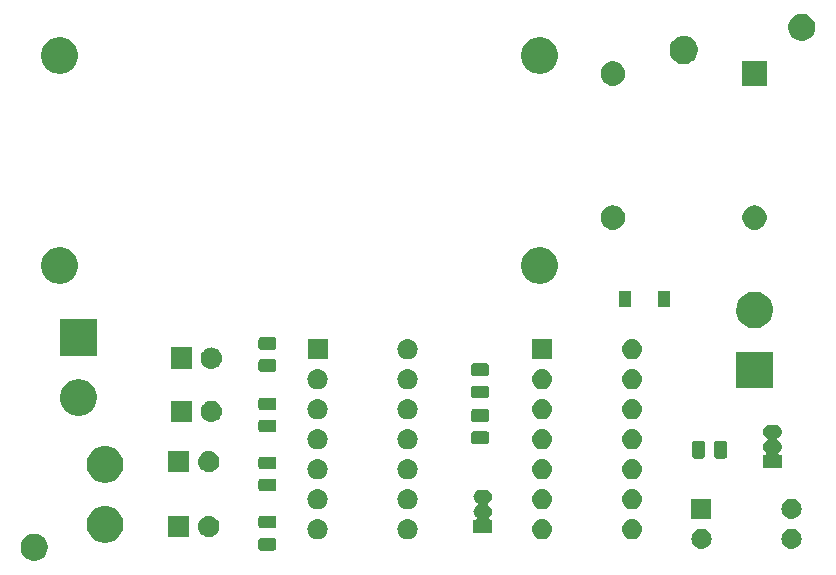
<source format=gbr>
G04 #@! TF.GenerationSoftware,KiCad,Pcbnew,(5.0.1)-3*
G04 #@! TF.CreationDate,2021-02-17T13:04:11+05:45*
G04 #@! TF.ProjectId,Logic-circuit,4C6F6769632D636972637569742E6B69,rev?*
G04 #@! TF.SameCoordinates,Original*
G04 #@! TF.FileFunction,Soldermask,Top*
G04 #@! TF.FilePolarity,Negative*
%FSLAX46Y46*%
G04 Gerber Fmt 4.6, Leading zero omitted, Abs format (unit mm)*
G04 Created by KiCad (PCBNEW (5.0.1)-3) date 2/17/2021 1:04:11 PM*
%MOMM*%
%LPD*%
G01*
G04 APERTURE LIST*
%ADD10C,0.100000*%
G04 APERTURE END LIST*
D10*
G36*
X59335734Y-92893232D02*
X59545202Y-92979996D01*
X59733723Y-93105962D01*
X59894038Y-93266277D01*
X60020004Y-93454798D01*
X60106768Y-93664266D01*
X60151000Y-93886635D01*
X60151000Y-94113365D01*
X60106768Y-94335734D01*
X60020004Y-94545202D01*
X59894038Y-94733723D01*
X59733723Y-94894038D01*
X59545202Y-95020004D01*
X59335734Y-95106768D01*
X59113365Y-95151000D01*
X58886635Y-95151000D01*
X58664266Y-95106768D01*
X58454798Y-95020004D01*
X58266277Y-94894038D01*
X58105962Y-94733723D01*
X57979996Y-94545202D01*
X57893232Y-94335734D01*
X57849000Y-94113365D01*
X57849000Y-93886635D01*
X57893232Y-93664266D01*
X57979996Y-93454798D01*
X58105962Y-93266277D01*
X58266277Y-93105962D01*
X58454798Y-92979996D01*
X58664266Y-92893232D01*
X58886635Y-92849000D01*
X59113365Y-92849000D01*
X59335734Y-92893232D01*
X59335734Y-92893232D01*
G37*
G36*
X79334466Y-93216065D02*
X79373137Y-93227796D01*
X79408779Y-93246848D01*
X79440017Y-93272483D01*
X79465652Y-93303721D01*
X79484704Y-93339363D01*
X79496435Y-93378034D01*
X79501000Y-93424388D01*
X79501000Y-94075612D01*
X79496435Y-94121966D01*
X79484704Y-94160637D01*
X79465652Y-94196279D01*
X79440017Y-94227517D01*
X79408779Y-94253152D01*
X79373137Y-94272204D01*
X79334466Y-94283935D01*
X79288112Y-94288500D01*
X78211888Y-94288500D01*
X78165534Y-94283935D01*
X78126863Y-94272204D01*
X78091221Y-94253152D01*
X78059983Y-94227517D01*
X78034348Y-94196279D01*
X78015296Y-94160637D01*
X78003565Y-94121966D01*
X77999000Y-94075612D01*
X77999000Y-93424388D01*
X78003565Y-93378034D01*
X78015296Y-93339363D01*
X78034348Y-93303721D01*
X78059983Y-93272483D01*
X78091221Y-93246848D01*
X78126863Y-93227796D01*
X78165534Y-93216065D01*
X78211888Y-93211500D01*
X79288112Y-93211500D01*
X79334466Y-93216065D01*
X79334466Y-93216065D01*
G37*
G36*
X115666821Y-92451313D02*
X115666824Y-92451314D01*
X115666825Y-92451314D01*
X115827239Y-92499975D01*
X115827241Y-92499976D01*
X115827244Y-92499977D01*
X115975078Y-92578995D01*
X116104659Y-92685341D01*
X116211005Y-92814922D01*
X116290023Y-92962756D01*
X116290024Y-92962759D01*
X116290025Y-92962761D01*
X116322163Y-93068707D01*
X116338687Y-93123179D01*
X116355117Y-93290000D01*
X116338687Y-93456821D01*
X116290023Y-93617244D01*
X116211005Y-93765078D01*
X116104659Y-93894659D01*
X115975078Y-94001005D01*
X115827244Y-94080023D01*
X115827241Y-94080024D01*
X115827239Y-94080025D01*
X115666825Y-94128686D01*
X115666824Y-94128686D01*
X115666821Y-94128687D01*
X115541804Y-94141000D01*
X115458196Y-94141000D01*
X115333179Y-94128687D01*
X115333176Y-94128686D01*
X115333175Y-94128686D01*
X115172761Y-94080025D01*
X115172759Y-94080024D01*
X115172756Y-94080023D01*
X115024922Y-94001005D01*
X114895341Y-93894659D01*
X114788995Y-93765078D01*
X114709977Y-93617244D01*
X114661313Y-93456821D01*
X114644883Y-93290000D01*
X114661313Y-93123179D01*
X114677837Y-93068707D01*
X114709975Y-92962761D01*
X114709976Y-92962759D01*
X114709977Y-92962756D01*
X114788995Y-92814922D01*
X114895341Y-92685341D01*
X115024922Y-92578995D01*
X115172756Y-92499977D01*
X115172759Y-92499976D01*
X115172761Y-92499975D01*
X115333175Y-92451314D01*
X115333176Y-92451314D01*
X115333179Y-92451313D01*
X115458196Y-92439000D01*
X115541804Y-92439000D01*
X115666821Y-92451313D01*
X115666821Y-92451313D01*
G37*
G36*
X123286821Y-92451313D02*
X123286824Y-92451314D01*
X123286825Y-92451314D01*
X123447239Y-92499975D01*
X123447241Y-92499976D01*
X123447244Y-92499977D01*
X123595078Y-92578995D01*
X123724659Y-92685341D01*
X123831005Y-92814922D01*
X123910023Y-92962756D01*
X123910024Y-92962759D01*
X123910025Y-92962761D01*
X123942163Y-93068707D01*
X123958687Y-93123179D01*
X123975117Y-93290000D01*
X123958687Y-93456821D01*
X123910023Y-93617244D01*
X123831005Y-93765078D01*
X123724659Y-93894659D01*
X123595078Y-94001005D01*
X123447244Y-94080023D01*
X123447241Y-94080024D01*
X123447239Y-94080025D01*
X123286825Y-94128686D01*
X123286824Y-94128686D01*
X123286821Y-94128687D01*
X123161804Y-94141000D01*
X123078196Y-94141000D01*
X122953179Y-94128687D01*
X122953176Y-94128686D01*
X122953175Y-94128686D01*
X122792761Y-94080025D01*
X122792759Y-94080024D01*
X122792756Y-94080023D01*
X122644922Y-94001005D01*
X122515341Y-93894659D01*
X122408995Y-93765078D01*
X122329977Y-93617244D01*
X122281313Y-93456821D01*
X122264883Y-93290000D01*
X122281313Y-93123179D01*
X122297837Y-93068707D01*
X122329975Y-92962761D01*
X122329976Y-92962759D01*
X122329977Y-92962756D01*
X122408995Y-92814922D01*
X122515341Y-92685341D01*
X122644922Y-92578995D01*
X122792756Y-92499977D01*
X122792759Y-92499976D01*
X122792761Y-92499975D01*
X122953175Y-92451314D01*
X122953176Y-92451314D01*
X122953179Y-92451313D01*
X123078196Y-92439000D01*
X123161804Y-92439000D01*
X123286821Y-92451313D01*
X123286821Y-92451313D01*
G37*
G36*
X65281757Y-90554659D02*
X65452410Y-90588604D01*
X65734674Y-90705521D01*
X65988705Y-90875259D01*
X66204741Y-91091295D01*
X66374479Y-91345326D01*
X66491396Y-91627590D01*
X66505794Y-91699975D01*
X66551000Y-91927238D01*
X66551000Y-92232762D01*
X66533015Y-92323179D01*
X66491396Y-92532410D01*
X66374479Y-92814674D01*
X66204741Y-93068705D01*
X65988705Y-93284741D01*
X65734674Y-93454479D01*
X65452410Y-93571396D01*
X65352527Y-93591264D01*
X65152762Y-93631000D01*
X64847238Y-93631000D01*
X64647473Y-93591264D01*
X64547590Y-93571396D01*
X64265326Y-93454479D01*
X64011295Y-93284741D01*
X63795259Y-93068705D01*
X63625521Y-92814674D01*
X63508604Y-92532410D01*
X63466985Y-92323179D01*
X63449000Y-92232762D01*
X63449000Y-91927238D01*
X63494206Y-91699975D01*
X63508604Y-91627590D01*
X63625521Y-91345326D01*
X63795259Y-91091295D01*
X64011295Y-90875259D01*
X64265326Y-90705521D01*
X64547590Y-90588604D01*
X64718243Y-90554659D01*
X64847238Y-90529000D01*
X65152762Y-90529000D01*
X65281757Y-90554659D01*
X65281757Y-90554659D01*
G37*
G36*
X109786821Y-91651313D02*
X109786824Y-91651314D01*
X109786825Y-91651314D01*
X109947239Y-91699975D01*
X109947241Y-91699976D01*
X109947244Y-91699977D01*
X110095078Y-91778995D01*
X110224659Y-91885341D01*
X110331005Y-92014922D01*
X110410023Y-92162756D01*
X110410024Y-92162759D01*
X110410025Y-92162761D01*
X110447299Y-92285637D01*
X110458687Y-92323179D01*
X110475117Y-92490000D01*
X110458687Y-92656821D01*
X110458686Y-92656824D01*
X110458686Y-92656825D01*
X110410728Y-92814922D01*
X110410023Y-92817244D01*
X110331005Y-92965078D01*
X110224659Y-93094659D01*
X110095078Y-93201005D01*
X109947244Y-93280023D01*
X109947241Y-93280024D01*
X109947239Y-93280025D01*
X109786825Y-93328686D01*
X109786824Y-93328686D01*
X109786821Y-93328687D01*
X109661804Y-93341000D01*
X109578196Y-93341000D01*
X109453179Y-93328687D01*
X109453176Y-93328686D01*
X109453175Y-93328686D01*
X109292761Y-93280025D01*
X109292759Y-93280024D01*
X109292756Y-93280023D01*
X109144922Y-93201005D01*
X109015341Y-93094659D01*
X108908995Y-92965078D01*
X108829977Y-92817244D01*
X108829273Y-92814922D01*
X108781314Y-92656825D01*
X108781314Y-92656824D01*
X108781313Y-92656821D01*
X108764883Y-92490000D01*
X108781313Y-92323179D01*
X108792701Y-92285637D01*
X108829975Y-92162761D01*
X108829976Y-92162759D01*
X108829977Y-92162756D01*
X108908995Y-92014922D01*
X109015341Y-91885341D01*
X109144922Y-91778995D01*
X109292756Y-91699977D01*
X109292759Y-91699976D01*
X109292761Y-91699975D01*
X109453175Y-91651314D01*
X109453176Y-91651314D01*
X109453179Y-91651313D01*
X109578196Y-91639000D01*
X109661804Y-91639000D01*
X109786821Y-91651313D01*
X109786821Y-91651313D01*
G37*
G36*
X102166821Y-91651313D02*
X102166824Y-91651314D01*
X102166825Y-91651314D01*
X102327239Y-91699975D01*
X102327241Y-91699976D01*
X102327244Y-91699977D01*
X102475078Y-91778995D01*
X102604659Y-91885341D01*
X102711005Y-92014922D01*
X102790023Y-92162756D01*
X102790024Y-92162759D01*
X102790025Y-92162761D01*
X102827299Y-92285637D01*
X102838687Y-92323179D01*
X102855117Y-92490000D01*
X102838687Y-92656821D01*
X102838686Y-92656824D01*
X102838686Y-92656825D01*
X102790728Y-92814922D01*
X102790023Y-92817244D01*
X102711005Y-92965078D01*
X102604659Y-93094659D01*
X102475078Y-93201005D01*
X102327244Y-93280023D01*
X102327241Y-93280024D01*
X102327239Y-93280025D01*
X102166825Y-93328686D01*
X102166824Y-93328686D01*
X102166821Y-93328687D01*
X102041804Y-93341000D01*
X101958196Y-93341000D01*
X101833179Y-93328687D01*
X101833176Y-93328686D01*
X101833175Y-93328686D01*
X101672761Y-93280025D01*
X101672759Y-93280024D01*
X101672756Y-93280023D01*
X101524922Y-93201005D01*
X101395341Y-93094659D01*
X101288995Y-92965078D01*
X101209977Y-92817244D01*
X101209273Y-92814922D01*
X101161314Y-92656825D01*
X101161314Y-92656824D01*
X101161313Y-92656821D01*
X101144883Y-92490000D01*
X101161313Y-92323179D01*
X101172701Y-92285637D01*
X101209975Y-92162761D01*
X101209976Y-92162759D01*
X101209977Y-92162756D01*
X101288995Y-92014922D01*
X101395341Y-91885341D01*
X101524922Y-91778995D01*
X101672756Y-91699977D01*
X101672759Y-91699976D01*
X101672761Y-91699975D01*
X101833175Y-91651314D01*
X101833176Y-91651314D01*
X101833179Y-91651313D01*
X101958196Y-91639000D01*
X102041804Y-91639000D01*
X102166821Y-91651313D01*
X102166821Y-91651313D01*
G37*
G36*
X90786821Y-91651313D02*
X90786824Y-91651314D01*
X90786825Y-91651314D01*
X90947239Y-91699975D01*
X90947241Y-91699976D01*
X90947244Y-91699977D01*
X91095078Y-91778995D01*
X91224659Y-91885341D01*
X91331005Y-92014922D01*
X91410023Y-92162756D01*
X91410024Y-92162759D01*
X91410025Y-92162761D01*
X91447299Y-92285637D01*
X91458687Y-92323179D01*
X91475117Y-92490000D01*
X91458687Y-92656821D01*
X91458686Y-92656824D01*
X91458686Y-92656825D01*
X91410728Y-92814922D01*
X91410023Y-92817244D01*
X91331005Y-92965078D01*
X91224659Y-93094659D01*
X91095078Y-93201005D01*
X90947244Y-93280023D01*
X90947241Y-93280024D01*
X90947239Y-93280025D01*
X90786825Y-93328686D01*
X90786824Y-93328686D01*
X90786821Y-93328687D01*
X90661804Y-93341000D01*
X90578196Y-93341000D01*
X90453179Y-93328687D01*
X90453176Y-93328686D01*
X90453175Y-93328686D01*
X90292761Y-93280025D01*
X90292759Y-93280024D01*
X90292756Y-93280023D01*
X90144922Y-93201005D01*
X90015341Y-93094659D01*
X89908995Y-92965078D01*
X89829977Y-92817244D01*
X89829273Y-92814922D01*
X89781314Y-92656825D01*
X89781314Y-92656824D01*
X89781313Y-92656821D01*
X89764883Y-92490000D01*
X89781313Y-92323179D01*
X89792701Y-92285637D01*
X89829975Y-92162761D01*
X89829976Y-92162759D01*
X89829977Y-92162756D01*
X89908995Y-92014922D01*
X90015341Y-91885341D01*
X90144922Y-91778995D01*
X90292756Y-91699977D01*
X90292759Y-91699976D01*
X90292761Y-91699975D01*
X90453175Y-91651314D01*
X90453176Y-91651314D01*
X90453179Y-91651313D01*
X90578196Y-91639000D01*
X90661804Y-91639000D01*
X90786821Y-91651313D01*
X90786821Y-91651313D01*
G37*
G36*
X83166821Y-91651313D02*
X83166824Y-91651314D01*
X83166825Y-91651314D01*
X83327239Y-91699975D01*
X83327241Y-91699976D01*
X83327244Y-91699977D01*
X83475078Y-91778995D01*
X83604659Y-91885341D01*
X83711005Y-92014922D01*
X83790023Y-92162756D01*
X83790024Y-92162759D01*
X83790025Y-92162761D01*
X83827299Y-92285637D01*
X83838687Y-92323179D01*
X83855117Y-92490000D01*
X83838687Y-92656821D01*
X83838686Y-92656824D01*
X83838686Y-92656825D01*
X83790728Y-92814922D01*
X83790023Y-92817244D01*
X83711005Y-92965078D01*
X83604659Y-93094659D01*
X83475078Y-93201005D01*
X83327244Y-93280023D01*
X83327241Y-93280024D01*
X83327239Y-93280025D01*
X83166825Y-93328686D01*
X83166824Y-93328686D01*
X83166821Y-93328687D01*
X83041804Y-93341000D01*
X82958196Y-93341000D01*
X82833179Y-93328687D01*
X82833176Y-93328686D01*
X82833175Y-93328686D01*
X82672761Y-93280025D01*
X82672759Y-93280024D01*
X82672756Y-93280023D01*
X82524922Y-93201005D01*
X82395341Y-93094659D01*
X82288995Y-92965078D01*
X82209977Y-92817244D01*
X82209273Y-92814922D01*
X82161314Y-92656825D01*
X82161314Y-92656824D01*
X82161313Y-92656821D01*
X82144883Y-92490000D01*
X82161313Y-92323179D01*
X82172701Y-92285637D01*
X82209975Y-92162761D01*
X82209976Y-92162759D01*
X82209977Y-92162756D01*
X82288995Y-92014922D01*
X82395341Y-91885341D01*
X82524922Y-91778995D01*
X82672756Y-91699977D01*
X82672759Y-91699976D01*
X82672761Y-91699975D01*
X82833175Y-91651314D01*
X82833176Y-91651314D01*
X82833179Y-91651313D01*
X82958196Y-91639000D01*
X83041804Y-91639000D01*
X83166821Y-91651313D01*
X83166821Y-91651313D01*
G37*
G36*
X72151000Y-93151000D02*
X70349000Y-93151000D01*
X70349000Y-91349000D01*
X72151000Y-91349000D01*
X72151000Y-93151000D01*
X72151000Y-93151000D01*
G37*
G36*
X73891716Y-91354659D02*
X73966627Y-91362037D01*
X74079853Y-91396384D01*
X74136467Y-91413557D01*
X74231517Y-91464363D01*
X74292991Y-91497222D01*
X74311869Y-91512715D01*
X74430186Y-91609814D01*
X74482861Y-91674000D01*
X74542778Y-91747009D01*
X74542779Y-91747011D01*
X74626443Y-91903533D01*
X74626443Y-91903534D01*
X74677963Y-92073373D01*
X74695359Y-92250000D01*
X74677963Y-92426627D01*
X74645874Y-92532409D01*
X74626443Y-92596467D01*
X74594180Y-92656825D01*
X74542778Y-92752991D01*
X74513448Y-92788729D01*
X74430186Y-92890186D01*
X74341758Y-92962756D01*
X74292991Y-93002778D01*
X74292989Y-93002779D01*
X74136467Y-93086443D01*
X74079853Y-93103616D01*
X73966627Y-93137963D01*
X73900443Y-93144481D01*
X73834260Y-93151000D01*
X73745740Y-93151000D01*
X73679557Y-93144481D01*
X73613373Y-93137963D01*
X73500147Y-93103616D01*
X73443533Y-93086443D01*
X73287011Y-93002779D01*
X73287009Y-93002778D01*
X73238242Y-92962756D01*
X73149814Y-92890186D01*
X73066552Y-92788729D01*
X73037222Y-92752991D01*
X72985820Y-92656825D01*
X72953557Y-92596467D01*
X72934126Y-92532409D01*
X72902037Y-92426627D01*
X72884641Y-92250000D01*
X72902037Y-92073373D01*
X72953557Y-91903534D01*
X72953557Y-91903533D01*
X73037221Y-91747011D01*
X73037222Y-91747009D01*
X73097139Y-91674000D01*
X73149814Y-91609814D01*
X73268131Y-91512715D01*
X73287009Y-91497222D01*
X73348483Y-91464363D01*
X73443533Y-91413557D01*
X73500147Y-91396384D01*
X73613373Y-91362037D01*
X73688284Y-91354659D01*
X73745740Y-91349000D01*
X73834260Y-91349000D01*
X73891716Y-91354659D01*
X73891716Y-91354659D01*
G37*
G36*
X97337916Y-89142334D02*
X97446492Y-89175271D01*
X97546557Y-89228756D01*
X97634264Y-89300736D01*
X97706244Y-89388443D01*
X97759729Y-89488508D01*
X97792666Y-89597084D01*
X97803787Y-89710000D01*
X97792666Y-89822916D01*
X97759729Y-89931492D01*
X97706244Y-90031557D01*
X97634264Y-90119264D01*
X97546557Y-90191244D01*
X97465143Y-90234760D01*
X97444768Y-90248373D01*
X97427441Y-90265701D01*
X97413827Y-90286075D01*
X97404450Y-90308714D01*
X97399669Y-90332747D01*
X97399669Y-90357252D01*
X97404449Y-90381285D01*
X97413827Y-90403924D01*
X97427440Y-90424299D01*
X97444768Y-90441626D01*
X97465143Y-90455240D01*
X97546557Y-90498756D01*
X97634264Y-90570736D01*
X97706244Y-90658443D01*
X97759729Y-90758508D01*
X97792666Y-90867084D01*
X97803787Y-90980000D01*
X97792666Y-91092916D01*
X97759729Y-91201492D01*
X97759726Y-91201497D01*
X97706244Y-91301557D01*
X97634264Y-91389264D01*
X97557365Y-91452374D01*
X97540038Y-91469701D01*
X97526424Y-91490076D01*
X97517046Y-91512715D01*
X97512266Y-91536748D01*
X97512266Y-91561252D01*
X97517047Y-91585286D01*
X97526424Y-91607925D01*
X97540038Y-91628299D01*
X97557365Y-91645626D01*
X97577740Y-91659240D01*
X97600379Y-91668618D01*
X97636664Y-91674000D01*
X97801000Y-91674000D01*
X97801000Y-92826000D01*
X96199000Y-92826000D01*
X96199000Y-91674000D01*
X96363336Y-91674000D01*
X96387722Y-91671598D01*
X96411171Y-91664485D01*
X96432782Y-91652934D01*
X96451724Y-91637388D01*
X96467270Y-91618446D01*
X96478821Y-91596835D01*
X96485934Y-91573386D01*
X96488336Y-91549000D01*
X96485934Y-91524614D01*
X96478821Y-91501165D01*
X96467270Y-91479554D01*
X96442635Y-91452374D01*
X96365736Y-91389264D01*
X96293756Y-91301557D01*
X96240274Y-91201497D01*
X96240271Y-91201492D01*
X96207334Y-91092916D01*
X96196213Y-90980000D01*
X96207334Y-90867084D01*
X96240271Y-90758508D01*
X96293756Y-90658443D01*
X96365736Y-90570736D01*
X96453443Y-90498756D01*
X96534857Y-90455240D01*
X96555232Y-90441627D01*
X96572559Y-90424299D01*
X96586173Y-90403925D01*
X96595550Y-90381286D01*
X96600331Y-90357253D01*
X96600331Y-90332748D01*
X96595551Y-90308715D01*
X96586173Y-90286076D01*
X96572560Y-90265701D01*
X96555232Y-90248374D01*
X96534857Y-90234760D01*
X96453443Y-90191244D01*
X96365736Y-90119264D01*
X96293756Y-90031557D01*
X96240271Y-89931492D01*
X96207334Y-89822916D01*
X96196213Y-89710000D01*
X96207334Y-89597084D01*
X96240271Y-89488508D01*
X96293756Y-89388443D01*
X96365736Y-89300736D01*
X96453443Y-89228756D01*
X96553508Y-89175271D01*
X96662084Y-89142334D01*
X96746702Y-89134000D01*
X97253298Y-89134000D01*
X97337916Y-89142334D01*
X97337916Y-89142334D01*
G37*
G36*
X79334466Y-91341065D02*
X79373137Y-91352796D01*
X79408779Y-91371848D01*
X79440017Y-91397483D01*
X79465652Y-91428721D01*
X79484704Y-91464363D01*
X79496435Y-91503034D01*
X79501000Y-91549388D01*
X79501000Y-92200612D01*
X79496435Y-92246966D01*
X79484704Y-92285637D01*
X79465652Y-92321279D01*
X79440017Y-92352517D01*
X79408779Y-92378152D01*
X79373137Y-92397204D01*
X79334466Y-92408935D01*
X79288112Y-92413500D01*
X78211888Y-92413500D01*
X78165534Y-92408935D01*
X78126863Y-92397204D01*
X78091221Y-92378152D01*
X78059983Y-92352517D01*
X78034348Y-92321279D01*
X78015296Y-92285637D01*
X78003565Y-92246966D01*
X77999000Y-92200612D01*
X77999000Y-91549388D01*
X78003565Y-91503034D01*
X78015296Y-91464363D01*
X78034348Y-91428721D01*
X78059983Y-91397483D01*
X78091221Y-91371848D01*
X78126863Y-91352796D01*
X78165534Y-91341065D01*
X78211888Y-91336500D01*
X79288112Y-91336500D01*
X79334466Y-91341065D01*
X79334466Y-91341065D01*
G37*
G36*
X123286821Y-89911313D02*
X123286824Y-89911314D01*
X123286825Y-89911314D01*
X123447239Y-89959975D01*
X123447241Y-89959976D01*
X123447244Y-89959977D01*
X123595078Y-90038995D01*
X123724659Y-90145341D01*
X123831005Y-90274922D01*
X123910023Y-90422756D01*
X123910024Y-90422759D01*
X123910025Y-90422761D01*
X123958686Y-90583175D01*
X123958687Y-90583179D01*
X123975117Y-90750000D01*
X123958687Y-90916821D01*
X123910023Y-91077244D01*
X123831005Y-91225078D01*
X123724659Y-91354659D01*
X123595078Y-91461005D01*
X123447244Y-91540023D01*
X123447241Y-91540024D01*
X123447239Y-91540025D01*
X123286825Y-91588686D01*
X123286824Y-91588686D01*
X123286821Y-91588687D01*
X123161804Y-91601000D01*
X123078196Y-91601000D01*
X122953179Y-91588687D01*
X122953176Y-91588686D01*
X122953175Y-91588686D01*
X122792761Y-91540025D01*
X122792759Y-91540024D01*
X122792756Y-91540023D01*
X122644922Y-91461005D01*
X122515341Y-91354659D01*
X122408995Y-91225078D01*
X122329977Y-91077244D01*
X122281313Y-90916821D01*
X122264883Y-90750000D01*
X122281313Y-90583179D01*
X122281314Y-90583175D01*
X122329975Y-90422761D01*
X122329976Y-90422759D01*
X122329977Y-90422756D01*
X122408995Y-90274922D01*
X122515341Y-90145341D01*
X122644922Y-90038995D01*
X122792756Y-89959977D01*
X122792759Y-89959976D01*
X122792761Y-89959975D01*
X122953175Y-89911314D01*
X122953176Y-89911314D01*
X122953179Y-89911313D01*
X123078196Y-89899000D01*
X123161804Y-89899000D01*
X123286821Y-89911313D01*
X123286821Y-89911313D01*
G37*
G36*
X116351000Y-91601000D02*
X114649000Y-91601000D01*
X114649000Y-89899000D01*
X116351000Y-89899000D01*
X116351000Y-91601000D01*
X116351000Y-91601000D01*
G37*
G36*
X90786821Y-89111313D02*
X90786824Y-89111314D01*
X90786825Y-89111314D01*
X90947239Y-89159975D01*
X90947241Y-89159976D01*
X90947244Y-89159977D01*
X91095078Y-89238995D01*
X91224659Y-89345341D01*
X91331005Y-89474922D01*
X91410023Y-89622756D01*
X91410024Y-89622759D01*
X91410025Y-89622761D01*
X91458686Y-89783175D01*
X91458687Y-89783179D01*
X91475117Y-89950000D01*
X91458687Y-90116821D01*
X91458686Y-90116824D01*
X91458686Y-90116825D01*
X91410728Y-90274922D01*
X91410023Y-90277244D01*
X91331005Y-90425078D01*
X91224659Y-90554659D01*
X91095078Y-90661005D01*
X90947244Y-90740023D01*
X90947241Y-90740024D01*
X90947239Y-90740025D01*
X90786825Y-90788686D01*
X90786824Y-90788686D01*
X90786821Y-90788687D01*
X90661804Y-90801000D01*
X90578196Y-90801000D01*
X90453179Y-90788687D01*
X90453176Y-90788686D01*
X90453175Y-90788686D01*
X90292761Y-90740025D01*
X90292759Y-90740024D01*
X90292756Y-90740023D01*
X90144922Y-90661005D01*
X90015341Y-90554659D01*
X89908995Y-90425078D01*
X89829977Y-90277244D01*
X89829273Y-90274922D01*
X89781314Y-90116825D01*
X89781314Y-90116824D01*
X89781313Y-90116821D01*
X89764883Y-89950000D01*
X89781313Y-89783179D01*
X89781314Y-89783175D01*
X89829975Y-89622761D01*
X89829976Y-89622759D01*
X89829977Y-89622756D01*
X89908995Y-89474922D01*
X90015341Y-89345341D01*
X90144922Y-89238995D01*
X90292756Y-89159977D01*
X90292759Y-89159976D01*
X90292761Y-89159975D01*
X90453175Y-89111314D01*
X90453176Y-89111314D01*
X90453179Y-89111313D01*
X90578196Y-89099000D01*
X90661804Y-89099000D01*
X90786821Y-89111313D01*
X90786821Y-89111313D01*
G37*
G36*
X83166821Y-89111313D02*
X83166824Y-89111314D01*
X83166825Y-89111314D01*
X83327239Y-89159975D01*
X83327241Y-89159976D01*
X83327244Y-89159977D01*
X83475078Y-89238995D01*
X83604659Y-89345341D01*
X83711005Y-89474922D01*
X83790023Y-89622756D01*
X83790024Y-89622759D01*
X83790025Y-89622761D01*
X83838686Y-89783175D01*
X83838687Y-89783179D01*
X83855117Y-89950000D01*
X83838687Y-90116821D01*
X83838686Y-90116824D01*
X83838686Y-90116825D01*
X83790728Y-90274922D01*
X83790023Y-90277244D01*
X83711005Y-90425078D01*
X83604659Y-90554659D01*
X83475078Y-90661005D01*
X83327244Y-90740023D01*
X83327241Y-90740024D01*
X83327239Y-90740025D01*
X83166825Y-90788686D01*
X83166824Y-90788686D01*
X83166821Y-90788687D01*
X83041804Y-90801000D01*
X82958196Y-90801000D01*
X82833179Y-90788687D01*
X82833176Y-90788686D01*
X82833175Y-90788686D01*
X82672761Y-90740025D01*
X82672759Y-90740024D01*
X82672756Y-90740023D01*
X82524922Y-90661005D01*
X82395341Y-90554659D01*
X82288995Y-90425078D01*
X82209977Y-90277244D01*
X82209273Y-90274922D01*
X82161314Y-90116825D01*
X82161314Y-90116824D01*
X82161313Y-90116821D01*
X82144883Y-89950000D01*
X82161313Y-89783179D01*
X82161314Y-89783175D01*
X82209975Y-89622761D01*
X82209976Y-89622759D01*
X82209977Y-89622756D01*
X82288995Y-89474922D01*
X82395341Y-89345341D01*
X82524922Y-89238995D01*
X82672756Y-89159977D01*
X82672759Y-89159976D01*
X82672761Y-89159975D01*
X82833175Y-89111314D01*
X82833176Y-89111314D01*
X82833179Y-89111313D01*
X82958196Y-89099000D01*
X83041804Y-89099000D01*
X83166821Y-89111313D01*
X83166821Y-89111313D01*
G37*
G36*
X102166821Y-89111313D02*
X102166824Y-89111314D01*
X102166825Y-89111314D01*
X102327239Y-89159975D01*
X102327241Y-89159976D01*
X102327244Y-89159977D01*
X102475078Y-89238995D01*
X102604659Y-89345341D01*
X102711005Y-89474922D01*
X102790023Y-89622756D01*
X102790024Y-89622759D01*
X102790025Y-89622761D01*
X102838686Y-89783175D01*
X102838687Y-89783179D01*
X102855117Y-89950000D01*
X102838687Y-90116821D01*
X102838686Y-90116824D01*
X102838686Y-90116825D01*
X102790728Y-90274922D01*
X102790023Y-90277244D01*
X102711005Y-90425078D01*
X102604659Y-90554659D01*
X102475078Y-90661005D01*
X102327244Y-90740023D01*
X102327241Y-90740024D01*
X102327239Y-90740025D01*
X102166825Y-90788686D01*
X102166824Y-90788686D01*
X102166821Y-90788687D01*
X102041804Y-90801000D01*
X101958196Y-90801000D01*
X101833179Y-90788687D01*
X101833176Y-90788686D01*
X101833175Y-90788686D01*
X101672761Y-90740025D01*
X101672759Y-90740024D01*
X101672756Y-90740023D01*
X101524922Y-90661005D01*
X101395341Y-90554659D01*
X101288995Y-90425078D01*
X101209977Y-90277244D01*
X101209273Y-90274922D01*
X101161314Y-90116825D01*
X101161314Y-90116824D01*
X101161313Y-90116821D01*
X101144883Y-89950000D01*
X101161313Y-89783179D01*
X101161314Y-89783175D01*
X101209975Y-89622761D01*
X101209976Y-89622759D01*
X101209977Y-89622756D01*
X101288995Y-89474922D01*
X101395341Y-89345341D01*
X101524922Y-89238995D01*
X101672756Y-89159977D01*
X101672759Y-89159976D01*
X101672761Y-89159975D01*
X101833175Y-89111314D01*
X101833176Y-89111314D01*
X101833179Y-89111313D01*
X101958196Y-89099000D01*
X102041804Y-89099000D01*
X102166821Y-89111313D01*
X102166821Y-89111313D01*
G37*
G36*
X109786821Y-89111313D02*
X109786824Y-89111314D01*
X109786825Y-89111314D01*
X109947239Y-89159975D01*
X109947241Y-89159976D01*
X109947244Y-89159977D01*
X110095078Y-89238995D01*
X110224659Y-89345341D01*
X110331005Y-89474922D01*
X110410023Y-89622756D01*
X110410024Y-89622759D01*
X110410025Y-89622761D01*
X110458686Y-89783175D01*
X110458687Y-89783179D01*
X110475117Y-89950000D01*
X110458687Y-90116821D01*
X110458686Y-90116824D01*
X110458686Y-90116825D01*
X110410728Y-90274922D01*
X110410023Y-90277244D01*
X110331005Y-90425078D01*
X110224659Y-90554659D01*
X110095078Y-90661005D01*
X109947244Y-90740023D01*
X109947241Y-90740024D01*
X109947239Y-90740025D01*
X109786825Y-90788686D01*
X109786824Y-90788686D01*
X109786821Y-90788687D01*
X109661804Y-90801000D01*
X109578196Y-90801000D01*
X109453179Y-90788687D01*
X109453176Y-90788686D01*
X109453175Y-90788686D01*
X109292761Y-90740025D01*
X109292759Y-90740024D01*
X109292756Y-90740023D01*
X109144922Y-90661005D01*
X109015341Y-90554659D01*
X108908995Y-90425078D01*
X108829977Y-90277244D01*
X108829273Y-90274922D01*
X108781314Y-90116825D01*
X108781314Y-90116824D01*
X108781313Y-90116821D01*
X108764883Y-89950000D01*
X108781313Y-89783179D01*
X108781314Y-89783175D01*
X108829975Y-89622761D01*
X108829976Y-89622759D01*
X108829977Y-89622756D01*
X108908995Y-89474922D01*
X109015341Y-89345341D01*
X109144922Y-89238995D01*
X109292756Y-89159977D01*
X109292759Y-89159976D01*
X109292761Y-89159975D01*
X109453175Y-89111314D01*
X109453176Y-89111314D01*
X109453179Y-89111313D01*
X109578196Y-89099000D01*
X109661804Y-89099000D01*
X109786821Y-89111313D01*
X109786821Y-89111313D01*
G37*
G36*
X79334466Y-88216065D02*
X79373137Y-88227796D01*
X79408779Y-88246848D01*
X79440017Y-88272483D01*
X79465652Y-88303721D01*
X79484704Y-88339363D01*
X79496435Y-88378034D01*
X79501000Y-88424388D01*
X79501000Y-89075612D01*
X79496435Y-89121966D01*
X79484704Y-89160637D01*
X79465652Y-89196279D01*
X79440017Y-89227517D01*
X79408779Y-89253152D01*
X79373137Y-89272204D01*
X79334466Y-89283935D01*
X79288112Y-89288500D01*
X78211888Y-89288500D01*
X78165534Y-89283935D01*
X78126863Y-89272204D01*
X78091221Y-89253152D01*
X78059983Y-89227517D01*
X78034348Y-89196279D01*
X78015296Y-89160637D01*
X78003565Y-89121966D01*
X77999000Y-89075612D01*
X77999000Y-88424388D01*
X78003565Y-88378034D01*
X78015296Y-88339363D01*
X78034348Y-88303721D01*
X78059983Y-88272483D01*
X78091221Y-88246848D01*
X78126863Y-88227796D01*
X78165534Y-88216065D01*
X78211888Y-88211500D01*
X79288112Y-88211500D01*
X79334466Y-88216065D01*
X79334466Y-88216065D01*
G37*
G36*
X65281757Y-85474659D02*
X65452410Y-85508604D01*
X65734674Y-85625521D01*
X65988705Y-85795259D01*
X66204741Y-86011295D01*
X66374479Y-86265326D01*
X66491396Y-86547590D01*
X66496525Y-86573375D01*
X66551000Y-86847238D01*
X66551000Y-87152762D01*
X66514822Y-87334639D01*
X66491396Y-87452410D01*
X66374479Y-87734674D01*
X66204741Y-87988705D01*
X65988705Y-88204741D01*
X65734674Y-88374479D01*
X65452410Y-88491396D01*
X65352527Y-88511264D01*
X65152762Y-88551000D01*
X64847238Y-88551000D01*
X64647473Y-88511264D01*
X64547590Y-88491396D01*
X64265326Y-88374479D01*
X64011295Y-88204741D01*
X63795259Y-87988705D01*
X63625521Y-87734674D01*
X63508604Y-87452410D01*
X63485178Y-87334639D01*
X63449000Y-87152762D01*
X63449000Y-86847238D01*
X63503475Y-86573375D01*
X63508604Y-86547590D01*
X63625521Y-86265326D01*
X63795259Y-86011295D01*
X64011295Y-85795259D01*
X64265326Y-85625521D01*
X64547590Y-85508604D01*
X64718243Y-85474659D01*
X64847238Y-85449000D01*
X65152762Y-85449000D01*
X65281757Y-85474659D01*
X65281757Y-85474659D01*
G37*
G36*
X109786821Y-86571313D02*
X109786824Y-86571314D01*
X109786825Y-86571314D01*
X109947239Y-86619975D01*
X109947241Y-86619976D01*
X109947244Y-86619977D01*
X110095078Y-86698995D01*
X110224659Y-86805341D01*
X110331005Y-86934922D01*
X110410023Y-87082756D01*
X110410024Y-87082759D01*
X110410025Y-87082761D01*
X110458686Y-87243175D01*
X110458687Y-87243179D01*
X110475117Y-87410000D01*
X110458687Y-87576821D01*
X110458686Y-87576824D01*
X110458686Y-87576825D01*
X110410804Y-87734672D01*
X110410023Y-87737244D01*
X110331005Y-87885078D01*
X110224659Y-88014659D01*
X110095078Y-88121005D01*
X109947244Y-88200023D01*
X109947241Y-88200024D01*
X109947239Y-88200025D01*
X109786825Y-88248686D01*
X109786824Y-88248686D01*
X109786821Y-88248687D01*
X109661804Y-88261000D01*
X109578196Y-88261000D01*
X109453179Y-88248687D01*
X109453176Y-88248686D01*
X109453175Y-88248686D01*
X109292761Y-88200025D01*
X109292759Y-88200024D01*
X109292756Y-88200023D01*
X109144922Y-88121005D01*
X109015341Y-88014659D01*
X108908995Y-87885078D01*
X108829977Y-87737244D01*
X108829197Y-87734672D01*
X108781314Y-87576825D01*
X108781314Y-87576824D01*
X108781313Y-87576821D01*
X108764883Y-87410000D01*
X108781313Y-87243179D01*
X108781314Y-87243175D01*
X108829975Y-87082761D01*
X108829976Y-87082759D01*
X108829977Y-87082756D01*
X108908995Y-86934922D01*
X109015341Y-86805341D01*
X109144922Y-86698995D01*
X109292756Y-86619977D01*
X109292759Y-86619976D01*
X109292761Y-86619975D01*
X109453175Y-86571314D01*
X109453176Y-86571314D01*
X109453179Y-86571313D01*
X109578196Y-86559000D01*
X109661804Y-86559000D01*
X109786821Y-86571313D01*
X109786821Y-86571313D01*
G37*
G36*
X102166821Y-86571313D02*
X102166824Y-86571314D01*
X102166825Y-86571314D01*
X102327239Y-86619975D01*
X102327241Y-86619976D01*
X102327244Y-86619977D01*
X102475078Y-86698995D01*
X102604659Y-86805341D01*
X102711005Y-86934922D01*
X102790023Y-87082756D01*
X102790024Y-87082759D01*
X102790025Y-87082761D01*
X102838686Y-87243175D01*
X102838687Y-87243179D01*
X102855117Y-87410000D01*
X102838687Y-87576821D01*
X102838686Y-87576824D01*
X102838686Y-87576825D01*
X102790804Y-87734672D01*
X102790023Y-87737244D01*
X102711005Y-87885078D01*
X102604659Y-88014659D01*
X102475078Y-88121005D01*
X102327244Y-88200023D01*
X102327241Y-88200024D01*
X102327239Y-88200025D01*
X102166825Y-88248686D01*
X102166824Y-88248686D01*
X102166821Y-88248687D01*
X102041804Y-88261000D01*
X101958196Y-88261000D01*
X101833179Y-88248687D01*
X101833176Y-88248686D01*
X101833175Y-88248686D01*
X101672761Y-88200025D01*
X101672759Y-88200024D01*
X101672756Y-88200023D01*
X101524922Y-88121005D01*
X101395341Y-88014659D01*
X101288995Y-87885078D01*
X101209977Y-87737244D01*
X101209197Y-87734672D01*
X101161314Y-87576825D01*
X101161314Y-87576824D01*
X101161313Y-87576821D01*
X101144883Y-87410000D01*
X101161313Y-87243179D01*
X101161314Y-87243175D01*
X101209975Y-87082761D01*
X101209976Y-87082759D01*
X101209977Y-87082756D01*
X101288995Y-86934922D01*
X101395341Y-86805341D01*
X101524922Y-86698995D01*
X101672756Y-86619977D01*
X101672759Y-86619976D01*
X101672761Y-86619975D01*
X101833175Y-86571314D01*
X101833176Y-86571314D01*
X101833179Y-86571313D01*
X101958196Y-86559000D01*
X102041804Y-86559000D01*
X102166821Y-86571313D01*
X102166821Y-86571313D01*
G37*
G36*
X83166821Y-86571313D02*
X83166824Y-86571314D01*
X83166825Y-86571314D01*
X83327239Y-86619975D01*
X83327241Y-86619976D01*
X83327244Y-86619977D01*
X83475078Y-86698995D01*
X83604659Y-86805341D01*
X83711005Y-86934922D01*
X83790023Y-87082756D01*
X83790024Y-87082759D01*
X83790025Y-87082761D01*
X83838686Y-87243175D01*
X83838687Y-87243179D01*
X83855117Y-87410000D01*
X83838687Y-87576821D01*
X83838686Y-87576824D01*
X83838686Y-87576825D01*
X83790804Y-87734672D01*
X83790023Y-87737244D01*
X83711005Y-87885078D01*
X83604659Y-88014659D01*
X83475078Y-88121005D01*
X83327244Y-88200023D01*
X83327241Y-88200024D01*
X83327239Y-88200025D01*
X83166825Y-88248686D01*
X83166824Y-88248686D01*
X83166821Y-88248687D01*
X83041804Y-88261000D01*
X82958196Y-88261000D01*
X82833179Y-88248687D01*
X82833176Y-88248686D01*
X82833175Y-88248686D01*
X82672761Y-88200025D01*
X82672759Y-88200024D01*
X82672756Y-88200023D01*
X82524922Y-88121005D01*
X82395341Y-88014659D01*
X82288995Y-87885078D01*
X82209977Y-87737244D01*
X82209197Y-87734672D01*
X82161314Y-87576825D01*
X82161314Y-87576824D01*
X82161313Y-87576821D01*
X82144883Y-87410000D01*
X82161313Y-87243179D01*
X82161314Y-87243175D01*
X82209975Y-87082761D01*
X82209976Y-87082759D01*
X82209977Y-87082756D01*
X82288995Y-86934922D01*
X82395341Y-86805341D01*
X82524922Y-86698995D01*
X82672756Y-86619977D01*
X82672759Y-86619976D01*
X82672761Y-86619975D01*
X82833175Y-86571314D01*
X82833176Y-86571314D01*
X82833179Y-86571313D01*
X82958196Y-86559000D01*
X83041804Y-86559000D01*
X83166821Y-86571313D01*
X83166821Y-86571313D01*
G37*
G36*
X90786821Y-86571313D02*
X90786824Y-86571314D01*
X90786825Y-86571314D01*
X90947239Y-86619975D01*
X90947241Y-86619976D01*
X90947244Y-86619977D01*
X91095078Y-86698995D01*
X91224659Y-86805341D01*
X91331005Y-86934922D01*
X91410023Y-87082756D01*
X91410024Y-87082759D01*
X91410025Y-87082761D01*
X91458686Y-87243175D01*
X91458687Y-87243179D01*
X91475117Y-87410000D01*
X91458687Y-87576821D01*
X91458686Y-87576824D01*
X91458686Y-87576825D01*
X91410804Y-87734672D01*
X91410023Y-87737244D01*
X91331005Y-87885078D01*
X91224659Y-88014659D01*
X91095078Y-88121005D01*
X90947244Y-88200023D01*
X90947241Y-88200024D01*
X90947239Y-88200025D01*
X90786825Y-88248686D01*
X90786824Y-88248686D01*
X90786821Y-88248687D01*
X90661804Y-88261000D01*
X90578196Y-88261000D01*
X90453179Y-88248687D01*
X90453176Y-88248686D01*
X90453175Y-88248686D01*
X90292761Y-88200025D01*
X90292759Y-88200024D01*
X90292756Y-88200023D01*
X90144922Y-88121005D01*
X90015341Y-88014659D01*
X89908995Y-87885078D01*
X89829977Y-87737244D01*
X89829197Y-87734672D01*
X89781314Y-87576825D01*
X89781314Y-87576824D01*
X89781313Y-87576821D01*
X89764883Y-87410000D01*
X89781313Y-87243179D01*
X89781314Y-87243175D01*
X89829975Y-87082761D01*
X89829976Y-87082759D01*
X89829977Y-87082756D01*
X89908995Y-86934922D01*
X90015341Y-86805341D01*
X90144922Y-86698995D01*
X90292756Y-86619977D01*
X90292759Y-86619976D01*
X90292761Y-86619975D01*
X90453175Y-86571314D01*
X90453176Y-86571314D01*
X90453179Y-86571313D01*
X90578196Y-86559000D01*
X90661804Y-86559000D01*
X90786821Y-86571313D01*
X90786821Y-86571313D01*
G37*
G36*
X73900442Y-85855518D02*
X73966627Y-85862037D01*
X74079853Y-85896384D01*
X74136467Y-85913557D01*
X74241503Y-85969701D01*
X74292991Y-85997222D01*
X74311869Y-86012715D01*
X74430186Y-86109814D01*
X74482861Y-86174000D01*
X74542778Y-86247009D01*
X74542779Y-86247011D01*
X74626443Y-86403533D01*
X74637510Y-86440017D01*
X74677963Y-86573373D01*
X74695359Y-86750000D01*
X74677963Y-86926627D01*
X74643616Y-87039853D01*
X74626443Y-87096467D01*
X74552348Y-87235087D01*
X74542778Y-87252991D01*
X74515986Y-87285637D01*
X74430186Y-87390186D01*
X74328729Y-87473448D01*
X74292991Y-87502778D01*
X74292989Y-87502779D01*
X74136467Y-87586443D01*
X74079853Y-87603616D01*
X73966627Y-87637963D01*
X73900442Y-87644482D01*
X73834260Y-87651000D01*
X73745740Y-87651000D01*
X73679558Y-87644482D01*
X73613373Y-87637963D01*
X73500147Y-87603616D01*
X73443533Y-87586443D01*
X73287011Y-87502779D01*
X73287009Y-87502778D01*
X73251271Y-87473448D01*
X73149814Y-87390186D01*
X73064014Y-87285637D01*
X73037222Y-87252991D01*
X73027652Y-87235087D01*
X72953557Y-87096467D01*
X72936384Y-87039853D01*
X72902037Y-86926627D01*
X72884641Y-86750000D01*
X72902037Y-86573373D01*
X72942490Y-86440017D01*
X72953557Y-86403533D01*
X73037221Y-86247011D01*
X73037222Y-86247009D01*
X73097139Y-86174000D01*
X73149814Y-86109814D01*
X73268131Y-86012715D01*
X73287009Y-85997222D01*
X73338497Y-85969701D01*
X73443533Y-85913557D01*
X73500147Y-85896384D01*
X73613373Y-85862037D01*
X73679558Y-85855518D01*
X73745740Y-85849000D01*
X73834260Y-85849000D01*
X73900442Y-85855518D01*
X73900442Y-85855518D01*
G37*
G36*
X72151000Y-87651000D02*
X70349000Y-87651000D01*
X70349000Y-85849000D01*
X72151000Y-85849000D01*
X72151000Y-87651000D01*
X72151000Y-87651000D01*
G37*
G36*
X79334466Y-86341065D02*
X79373137Y-86352796D01*
X79408779Y-86371848D01*
X79440017Y-86397483D01*
X79465652Y-86428721D01*
X79484704Y-86464363D01*
X79496435Y-86503034D01*
X79501000Y-86549388D01*
X79501000Y-87200612D01*
X79496435Y-87246966D01*
X79484704Y-87285637D01*
X79465652Y-87321279D01*
X79440017Y-87352517D01*
X79408779Y-87378152D01*
X79373137Y-87397204D01*
X79334466Y-87408935D01*
X79288112Y-87413500D01*
X78211888Y-87413500D01*
X78165534Y-87408935D01*
X78126863Y-87397204D01*
X78091221Y-87378152D01*
X78059983Y-87352517D01*
X78034348Y-87321279D01*
X78015296Y-87285637D01*
X78003565Y-87246966D01*
X77999000Y-87200612D01*
X77999000Y-86549388D01*
X78003565Y-86503034D01*
X78015296Y-86464363D01*
X78034348Y-86428721D01*
X78059983Y-86397483D01*
X78091221Y-86371848D01*
X78126863Y-86352796D01*
X78165534Y-86341065D01*
X78211888Y-86336500D01*
X79288112Y-86336500D01*
X79334466Y-86341065D01*
X79334466Y-86341065D01*
G37*
G36*
X121837916Y-83642334D02*
X121946492Y-83675271D01*
X122046557Y-83728756D01*
X122134264Y-83800736D01*
X122206244Y-83888443D01*
X122259729Y-83988508D01*
X122292666Y-84097084D01*
X122303787Y-84210000D01*
X122292666Y-84322916D01*
X122259729Y-84431492D01*
X122259726Y-84431497D01*
X122206244Y-84531557D01*
X122134264Y-84619264D01*
X122046557Y-84691244D01*
X121965143Y-84734760D01*
X121944768Y-84748373D01*
X121927441Y-84765701D01*
X121913827Y-84786075D01*
X121904450Y-84808714D01*
X121899669Y-84832747D01*
X121899669Y-84857252D01*
X121904449Y-84881285D01*
X121913827Y-84903924D01*
X121927440Y-84924299D01*
X121944768Y-84941626D01*
X121965143Y-84955240D01*
X122046557Y-84998756D01*
X122134264Y-85070736D01*
X122206244Y-85158443D01*
X122259729Y-85258508D01*
X122292666Y-85367084D01*
X122303787Y-85480000D01*
X122292666Y-85592916D01*
X122259729Y-85701492D01*
X122255883Y-85708687D01*
X122206244Y-85801557D01*
X122134264Y-85889264D01*
X122057365Y-85952374D01*
X122040038Y-85969701D01*
X122026424Y-85990076D01*
X122017046Y-86012715D01*
X122012266Y-86036748D01*
X122012266Y-86061252D01*
X122017047Y-86085286D01*
X122026424Y-86107925D01*
X122040038Y-86128299D01*
X122057365Y-86145626D01*
X122077740Y-86159240D01*
X122100379Y-86168618D01*
X122136664Y-86174000D01*
X122301000Y-86174000D01*
X122301000Y-87326000D01*
X120699000Y-87326000D01*
X120699000Y-86174000D01*
X120863336Y-86174000D01*
X120887722Y-86171598D01*
X120911171Y-86164485D01*
X120932782Y-86152934D01*
X120951724Y-86137388D01*
X120967270Y-86118446D01*
X120978821Y-86096835D01*
X120985934Y-86073386D01*
X120988336Y-86049000D01*
X120985934Y-86024614D01*
X120978821Y-86001165D01*
X120967270Y-85979554D01*
X120942635Y-85952374D01*
X120865736Y-85889264D01*
X120793756Y-85801557D01*
X120744117Y-85708687D01*
X120740271Y-85701492D01*
X120707334Y-85592916D01*
X120696213Y-85480000D01*
X120707334Y-85367084D01*
X120740271Y-85258508D01*
X120793756Y-85158443D01*
X120865736Y-85070736D01*
X120953443Y-84998756D01*
X121034857Y-84955240D01*
X121055232Y-84941627D01*
X121072559Y-84924299D01*
X121086173Y-84903925D01*
X121095550Y-84881286D01*
X121100331Y-84857253D01*
X121100331Y-84832748D01*
X121095551Y-84808715D01*
X121086173Y-84786076D01*
X121072560Y-84765701D01*
X121055232Y-84748374D01*
X121034857Y-84734760D01*
X120953443Y-84691244D01*
X120865736Y-84619264D01*
X120793756Y-84531557D01*
X120740274Y-84431497D01*
X120740271Y-84431492D01*
X120707334Y-84322916D01*
X120696213Y-84210000D01*
X120707334Y-84097084D01*
X120740271Y-83988508D01*
X120793756Y-83888443D01*
X120865736Y-83800736D01*
X120953443Y-83728756D01*
X121053508Y-83675271D01*
X121162084Y-83642334D01*
X121246702Y-83634000D01*
X121753298Y-83634000D01*
X121837916Y-83642334D01*
X121837916Y-83642334D01*
G37*
G36*
X117497466Y-85003565D02*
X117536137Y-85015296D01*
X117571779Y-85034348D01*
X117603017Y-85059983D01*
X117628652Y-85091221D01*
X117647704Y-85126863D01*
X117659435Y-85165534D01*
X117664000Y-85211888D01*
X117664000Y-86288112D01*
X117659435Y-86334466D01*
X117647704Y-86373137D01*
X117628652Y-86408779D01*
X117603017Y-86440017D01*
X117571779Y-86465652D01*
X117536137Y-86484704D01*
X117497466Y-86496435D01*
X117451112Y-86501000D01*
X116799888Y-86501000D01*
X116753534Y-86496435D01*
X116714863Y-86484704D01*
X116679221Y-86465652D01*
X116647983Y-86440017D01*
X116622348Y-86408779D01*
X116603296Y-86373137D01*
X116591565Y-86334466D01*
X116587000Y-86288112D01*
X116587000Y-85211888D01*
X116591565Y-85165534D01*
X116603296Y-85126863D01*
X116622348Y-85091221D01*
X116647983Y-85059983D01*
X116679221Y-85034348D01*
X116714863Y-85015296D01*
X116753534Y-85003565D01*
X116799888Y-84999000D01*
X117451112Y-84999000D01*
X117497466Y-85003565D01*
X117497466Y-85003565D01*
G37*
G36*
X115622466Y-85003565D02*
X115661137Y-85015296D01*
X115696779Y-85034348D01*
X115728017Y-85059983D01*
X115753652Y-85091221D01*
X115772704Y-85126863D01*
X115784435Y-85165534D01*
X115789000Y-85211888D01*
X115789000Y-86288112D01*
X115784435Y-86334466D01*
X115772704Y-86373137D01*
X115753652Y-86408779D01*
X115728017Y-86440017D01*
X115696779Y-86465652D01*
X115661137Y-86484704D01*
X115622466Y-86496435D01*
X115576112Y-86501000D01*
X114924888Y-86501000D01*
X114878534Y-86496435D01*
X114839863Y-86484704D01*
X114804221Y-86465652D01*
X114772983Y-86440017D01*
X114747348Y-86408779D01*
X114728296Y-86373137D01*
X114716565Y-86334466D01*
X114712000Y-86288112D01*
X114712000Y-85211888D01*
X114716565Y-85165534D01*
X114728296Y-85126863D01*
X114747348Y-85091221D01*
X114772983Y-85059983D01*
X114804221Y-85034348D01*
X114839863Y-85015296D01*
X114878534Y-85003565D01*
X114924888Y-84999000D01*
X115576112Y-84999000D01*
X115622466Y-85003565D01*
X115622466Y-85003565D01*
G37*
G36*
X109786821Y-84031313D02*
X109786824Y-84031314D01*
X109786825Y-84031314D01*
X109947239Y-84079975D01*
X109947241Y-84079976D01*
X109947244Y-84079977D01*
X110095078Y-84158995D01*
X110224659Y-84265341D01*
X110331005Y-84394922D01*
X110410023Y-84542756D01*
X110458687Y-84703179D01*
X110475117Y-84870000D01*
X110458687Y-85036821D01*
X110458686Y-85036824D01*
X110458686Y-85036825D01*
X110413089Y-85187139D01*
X110410023Y-85197244D01*
X110331005Y-85345078D01*
X110224659Y-85474659D01*
X110095078Y-85581005D01*
X109947244Y-85660023D01*
X109947241Y-85660024D01*
X109947239Y-85660025D01*
X109786825Y-85708686D01*
X109786824Y-85708686D01*
X109786821Y-85708687D01*
X109661804Y-85721000D01*
X109578196Y-85721000D01*
X109453179Y-85708687D01*
X109453176Y-85708686D01*
X109453175Y-85708686D01*
X109292761Y-85660025D01*
X109292759Y-85660024D01*
X109292756Y-85660023D01*
X109144922Y-85581005D01*
X109015341Y-85474659D01*
X108908995Y-85345078D01*
X108829977Y-85197244D01*
X108826912Y-85187139D01*
X108781314Y-85036825D01*
X108781314Y-85036824D01*
X108781313Y-85036821D01*
X108764883Y-84870000D01*
X108781313Y-84703179D01*
X108829977Y-84542756D01*
X108908995Y-84394922D01*
X109015341Y-84265341D01*
X109144922Y-84158995D01*
X109292756Y-84079977D01*
X109292759Y-84079976D01*
X109292761Y-84079975D01*
X109453175Y-84031314D01*
X109453176Y-84031314D01*
X109453179Y-84031313D01*
X109578196Y-84019000D01*
X109661804Y-84019000D01*
X109786821Y-84031313D01*
X109786821Y-84031313D01*
G37*
G36*
X102166821Y-84031313D02*
X102166824Y-84031314D01*
X102166825Y-84031314D01*
X102327239Y-84079975D01*
X102327241Y-84079976D01*
X102327244Y-84079977D01*
X102475078Y-84158995D01*
X102604659Y-84265341D01*
X102711005Y-84394922D01*
X102790023Y-84542756D01*
X102838687Y-84703179D01*
X102855117Y-84870000D01*
X102838687Y-85036821D01*
X102838686Y-85036824D01*
X102838686Y-85036825D01*
X102793089Y-85187139D01*
X102790023Y-85197244D01*
X102711005Y-85345078D01*
X102604659Y-85474659D01*
X102475078Y-85581005D01*
X102327244Y-85660023D01*
X102327241Y-85660024D01*
X102327239Y-85660025D01*
X102166825Y-85708686D01*
X102166824Y-85708686D01*
X102166821Y-85708687D01*
X102041804Y-85721000D01*
X101958196Y-85721000D01*
X101833179Y-85708687D01*
X101833176Y-85708686D01*
X101833175Y-85708686D01*
X101672761Y-85660025D01*
X101672759Y-85660024D01*
X101672756Y-85660023D01*
X101524922Y-85581005D01*
X101395341Y-85474659D01*
X101288995Y-85345078D01*
X101209977Y-85197244D01*
X101206912Y-85187139D01*
X101161314Y-85036825D01*
X101161314Y-85036824D01*
X101161313Y-85036821D01*
X101144883Y-84870000D01*
X101161313Y-84703179D01*
X101209977Y-84542756D01*
X101288995Y-84394922D01*
X101395341Y-84265341D01*
X101524922Y-84158995D01*
X101672756Y-84079977D01*
X101672759Y-84079976D01*
X101672761Y-84079975D01*
X101833175Y-84031314D01*
X101833176Y-84031314D01*
X101833179Y-84031313D01*
X101958196Y-84019000D01*
X102041804Y-84019000D01*
X102166821Y-84031313D01*
X102166821Y-84031313D01*
G37*
G36*
X90786821Y-84031313D02*
X90786824Y-84031314D01*
X90786825Y-84031314D01*
X90947239Y-84079975D01*
X90947241Y-84079976D01*
X90947244Y-84079977D01*
X91095078Y-84158995D01*
X91224659Y-84265341D01*
X91331005Y-84394922D01*
X91410023Y-84542756D01*
X91458687Y-84703179D01*
X91475117Y-84870000D01*
X91458687Y-85036821D01*
X91458686Y-85036824D01*
X91458686Y-85036825D01*
X91413089Y-85187139D01*
X91410023Y-85197244D01*
X91331005Y-85345078D01*
X91224659Y-85474659D01*
X91095078Y-85581005D01*
X90947244Y-85660023D01*
X90947241Y-85660024D01*
X90947239Y-85660025D01*
X90786825Y-85708686D01*
X90786824Y-85708686D01*
X90786821Y-85708687D01*
X90661804Y-85721000D01*
X90578196Y-85721000D01*
X90453179Y-85708687D01*
X90453176Y-85708686D01*
X90453175Y-85708686D01*
X90292761Y-85660025D01*
X90292759Y-85660024D01*
X90292756Y-85660023D01*
X90144922Y-85581005D01*
X90015341Y-85474659D01*
X89908995Y-85345078D01*
X89829977Y-85197244D01*
X89826912Y-85187139D01*
X89781314Y-85036825D01*
X89781314Y-85036824D01*
X89781313Y-85036821D01*
X89764883Y-84870000D01*
X89781313Y-84703179D01*
X89829977Y-84542756D01*
X89908995Y-84394922D01*
X90015341Y-84265341D01*
X90144922Y-84158995D01*
X90292756Y-84079977D01*
X90292759Y-84079976D01*
X90292761Y-84079975D01*
X90453175Y-84031314D01*
X90453176Y-84031314D01*
X90453179Y-84031313D01*
X90578196Y-84019000D01*
X90661804Y-84019000D01*
X90786821Y-84031313D01*
X90786821Y-84031313D01*
G37*
G36*
X83166821Y-84031313D02*
X83166824Y-84031314D01*
X83166825Y-84031314D01*
X83327239Y-84079975D01*
X83327241Y-84079976D01*
X83327244Y-84079977D01*
X83475078Y-84158995D01*
X83604659Y-84265341D01*
X83711005Y-84394922D01*
X83790023Y-84542756D01*
X83838687Y-84703179D01*
X83855117Y-84870000D01*
X83838687Y-85036821D01*
X83838686Y-85036824D01*
X83838686Y-85036825D01*
X83793089Y-85187139D01*
X83790023Y-85197244D01*
X83711005Y-85345078D01*
X83604659Y-85474659D01*
X83475078Y-85581005D01*
X83327244Y-85660023D01*
X83327241Y-85660024D01*
X83327239Y-85660025D01*
X83166825Y-85708686D01*
X83166824Y-85708686D01*
X83166821Y-85708687D01*
X83041804Y-85721000D01*
X82958196Y-85721000D01*
X82833179Y-85708687D01*
X82833176Y-85708686D01*
X82833175Y-85708686D01*
X82672761Y-85660025D01*
X82672759Y-85660024D01*
X82672756Y-85660023D01*
X82524922Y-85581005D01*
X82395341Y-85474659D01*
X82288995Y-85345078D01*
X82209977Y-85197244D01*
X82206912Y-85187139D01*
X82161314Y-85036825D01*
X82161314Y-85036824D01*
X82161313Y-85036821D01*
X82144883Y-84870000D01*
X82161313Y-84703179D01*
X82209977Y-84542756D01*
X82288995Y-84394922D01*
X82395341Y-84265341D01*
X82524922Y-84158995D01*
X82672756Y-84079977D01*
X82672759Y-84079976D01*
X82672761Y-84079975D01*
X82833175Y-84031314D01*
X82833176Y-84031314D01*
X82833179Y-84031313D01*
X82958196Y-84019000D01*
X83041804Y-84019000D01*
X83166821Y-84031313D01*
X83166821Y-84031313D01*
G37*
G36*
X97344466Y-84193565D02*
X97383137Y-84205296D01*
X97418779Y-84224348D01*
X97450017Y-84249983D01*
X97475652Y-84281221D01*
X97494704Y-84316863D01*
X97506435Y-84355534D01*
X97511000Y-84401888D01*
X97511000Y-85053112D01*
X97506435Y-85099466D01*
X97494704Y-85138137D01*
X97475652Y-85173779D01*
X97450017Y-85205017D01*
X97418779Y-85230652D01*
X97383137Y-85249704D01*
X97344466Y-85261435D01*
X97298112Y-85266000D01*
X96221888Y-85266000D01*
X96175534Y-85261435D01*
X96136863Y-85249704D01*
X96101221Y-85230652D01*
X96069983Y-85205017D01*
X96044348Y-85173779D01*
X96025296Y-85138137D01*
X96013565Y-85099466D01*
X96009000Y-85053112D01*
X96009000Y-84401888D01*
X96013565Y-84355534D01*
X96025296Y-84316863D01*
X96044348Y-84281221D01*
X96069983Y-84249983D01*
X96101221Y-84224348D01*
X96136863Y-84205296D01*
X96175534Y-84193565D01*
X96221888Y-84189000D01*
X97298112Y-84189000D01*
X97344466Y-84193565D01*
X97344466Y-84193565D01*
G37*
G36*
X79334466Y-83216065D02*
X79373137Y-83227796D01*
X79408779Y-83246848D01*
X79440017Y-83272483D01*
X79465652Y-83303721D01*
X79484704Y-83339363D01*
X79496435Y-83378034D01*
X79501000Y-83424388D01*
X79501000Y-84075612D01*
X79496435Y-84121966D01*
X79484704Y-84160637D01*
X79465652Y-84196279D01*
X79440017Y-84227517D01*
X79408779Y-84253152D01*
X79373137Y-84272204D01*
X79334466Y-84283935D01*
X79288112Y-84288500D01*
X78211888Y-84288500D01*
X78165534Y-84283935D01*
X78126863Y-84272204D01*
X78091221Y-84253152D01*
X78059983Y-84227517D01*
X78034348Y-84196279D01*
X78015296Y-84160637D01*
X78003565Y-84121966D01*
X77999000Y-84075612D01*
X77999000Y-83424388D01*
X78003565Y-83378034D01*
X78015296Y-83339363D01*
X78034348Y-83303721D01*
X78059983Y-83272483D01*
X78091221Y-83246848D01*
X78126863Y-83227796D01*
X78165534Y-83216065D01*
X78211888Y-83211500D01*
X79288112Y-83211500D01*
X79334466Y-83216065D01*
X79334466Y-83216065D01*
G37*
G36*
X74110442Y-81605518D02*
X74176627Y-81612037D01*
X74289853Y-81646384D01*
X74346467Y-81663557D01*
X74462055Y-81725341D01*
X74502991Y-81747222D01*
X74538729Y-81776552D01*
X74640186Y-81859814D01*
X74723448Y-81961271D01*
X74752778Y-81997009D01*
X74762348Y-82014913D01*
X74836443Y-82153533D01*
X74836443Y-82153534D01*
X74887963Y-82323373D01*
X74905359Y-82500000D01*
X74887963Y-82676627D01*
X74879514Y-82704479D01*
X74836443Y-82846467D01*
X74762348Y-82985087D01*
X74752778Y-83002991D01*
X74723448Y-83038729D01*
X74640186Y-83140186D01*
X74553288Y-83211500D01*
X74502991Y-83252778D01*
X74502989Y-83252779D01*
X74346467Y-83336443D01*
X74316204Y-83345623D01*
X74176627Y-83387963D01*
X74110443Y-83394481D01*
X74044260Y-83401000D01*
X73955740Y-83401000D01*
X73889557Y-83394481D01*
X73823373Y-83387963D01*
X73683796Y-83345623D01*
X73653533Y-83336443D01*
X73497011Y-83252779D01*
X73497009Y-83252778D01*
X73446712Y-83211500D01*
X73359814Y-83140186D01*
X73276552Y-83038729D01*
X73247222Y-83002991D01*
X73237652Y-82985087D01*
X73163557Y-82846467D01*
X73120486Y-82704479D01*
X73112037Y-82676627D01*
X73094641Y-82500000D01*
X73112037Y-82323373D01*
X73163557Y-82153534D01*
X73163557Y-82153533D01*
X73237652Y-82014913D01*
X73247222Y-81997009D01*
X73276552Y-81961271D01*
X73359814Y-81859814D01*
X73461271Y-81776552D01*
X73497009Y-81747222D01*
X73537945Y-81725341D01*
X73653533Y-81663557D01*
X73710147Y-81646384D01*
X73823373Y-81612037D01*
X73889558Y-81605518D01*
X73955740Y-81599000D01*
X74044260Y-81599000D01*
X74110442Y-81605518D01*
X74110442Y-81605518D01*
G37*
G36*
X72361000Y-83401000D02*
X70559000Y-83401000D01*
X70559000Y-81599000D01*
X72361000Y-81599000D01*
X72361000Y-83401000D01*
X72361000Y-83401000D01*
G37*
G36*
X97344466Y-82318565D02*
X97383137Y-82330296D01*
X97418779Y-82349348D01*
X97450017Y-82374983D01*
X97475652Y-82406221D01*
X97494704Y-82441863D01*
X97506435Y-82480534D01*
X97511000Y-82526888D01*
X97511000Y-83178112D01*
X97506435Y-83224466D01*
X97494704Y-83263137D01*
X97475652Y-83298779D01*
X97450017Y-83330017D01*
X97418779Y-83355652D01*
X97383137Y-83374704D01*
X97344466Y-83386435D01*
X97298112Y-83391000D01*
X96221888Y-83391000D01*
X96175534Y-83386435D01*
X96136863Y-83374704D01*
X96101221Y-83355652D01*
X96069983Y-83330017D01*
X96044348Y-83298779D01*
X96025296Y-83263137D01*
X96013565Y-83224466D01*
X96009000Y-83178112D01*
X96009000Y-82526888D01*
X96013565Y-82480534D01*
X96025296Y-82441863D01*
X96044348Y-82406221D01*
X96069983Y-82374983D01*
X96101221Y-82349348D01*
X96136863Y-82330296D01*
X96175534Y-82318565D01*
X96221888Y-82314000D01*
X97298112Y-82314000D01*
X97344466Y-82318565D01*
X97344466Y-82318565D01*
G37*
G36*
X90786821Y-81491313D02*
X90786824Y-81491314D01*
X90786825Y-81491314D01*
X90947239Y-81539975D01*
X90947241Y-81539976D01*
X90947244Y-81539977D01*
X91095078Y-81618995D01*
X91224659Y-81725341D01*
X91331005Y-81854922D01*
X91410023Y-82002756D01*
X91458687Y-82163179D01*
X91475117Y-82330000D01*
X91458687Y-82496821D01*
X91410023Y-82657244D01*
X91331005Y-82805078D01*
X91224659Y-82934659D01*
X91095078Y-83041005D01*
X90947244Y-83120023D01*
X90947241Y-83120024D01*
X90947239Y-83120025D01*
X90786825Y-83168686D01*
X90786824Y-83168686D01*
X90786821Y-83168687D01*
X90661804Y-83181000D01*
X90578196Y-83181000D01*
X90453179Y-83168687D01*
X90453176Y-83168686D01*
X90453175Y-83168686D01*
X90292761Y-83120025D01*
X90292759Y-83120024D01*
X90292756Y-83120023D01*
X90144922Y-83041005D01*
X90015341Y-82934659D01*
X89908995Y-82805078D01*
X89829977Y-82657244D01*
X89781313Y-82496821D01*
X89764883Y-82330000D01*
X89781313Y-82163179D01*
X89829977Y-82002756D01*
X89908995Y-81854922D01*
X90015341Y-81725341D01*
X90144922Y-81618995D01*
X90292756Y-81539977D01*
X90292759Y-81539976D01*
X90292761Y-81539975D01*
X90453175Y-81491314D01*
X90453176Y-81491314D01*
X90453179Y-81491313D01*
X90578196Y-81479000D01*
X90661804Y-81479000D01*
X90786821Y-81491313D01*
X90786821Y-81491313D01*
G37*
G36*
X102166821Y-81491313D02*
X102166824Y-81491314D01*
X102166825Y-81491314D01*
X102327239Y-81539975D01*
X102327241Y-81539976D01*
X102327244Y-81539977D01*
X102475078Y-81618995D01*
X102604659Y-81725341D01*
X102711005Y-81854922D01*
X102790023Y-82002756D01*
X102838687Y-82163179D01*
X102855117Y-82330000D01*
X102838687Y-82496821D01*
X102790023Y-82657244D01*
X102711005Y-82805078D01*
X102604659Y-82934659D01*
X102475078Y-83041005D01*
X102327244Y-83120023D01*
X102327241Y-83120024D01*
X102327239Y-83120025D01*
X102166825Y-83168686D01*
X102166824Y-83168686D01*
X102166821Y-83168687D01*
X102041804Y-83181000D01*
X101958196Y-83181000D01*
X101833179Y-83168687D01*
X101833176Y-83168686D01*
X101833175Y-83168686D01*
X101672761Y-83120025D01*
X101672759Y-83120024D01*
X101672756Y-83120023D01*
X101524922Y-83041005D01*
X101395341Y-82934659D01*
X101288995Y-82805078D01*
X101209977Y-82657244D01*
X101161313Y-82496821D01*
X101144883Y-82330000D01*
X101161313Y-82163179D01*
X101209977Y-82002756D01*
X101288995Y-81854922D01*
X101395341Y-81725341D01*
X101524922Y-81618995D01*
X101672756Y-81539977D01*
X101672759Y-81539976D01*
X101672761Y-81539975D01*
X101833175Y-81491314D01*
X101833176Y-81491314D01*
X101833179Y-81491313D01*
X101958196Y-81479000D01*
X102041804Y-81479000D01*
X102166821Y-81491313D01*
X102166821Y-81491313D01*
G37*
G36*
X109786821Y-81491313D02*
X109786824Y-81491314D01*
X109786825Y-81491314D01*
X109947239Y-81539975D01*
X109947241Y-81539976D01*
X109947244Y-81539977D01*
X110095078Y-81618995D01*
X110224659Y-81725341D01*
X110331005Y-81854922D01*
X110410023Y-82002756D01*
X110458687Y-82163179D01*
X110475117Y-82330000D01*
X110458687Y-82496821D01*
X110410023Y-82657244D01*
X110331005Y-82805078D01*
X110224659Y-82934659D01*
X110095078Y-83041005D01*
X109947244Y-83120023D01*
X109947241Y-83120024D01*
X109947239Y-83120025D01*
X109786825Y-83168686D01*
X109786824Y-83168686D01*
X109786821Y-83168687D01*
X109661804Y-83181000D01*
X109578196Y-83181000D01*
X109453179Y-83168687D01*
X109453176Y-83168686D01*
X109453175Y-83168686D01*
X109292761Y-83120025D01*
X109292759Y-83120024D01*
X109292756Y-83120023D01*
X109144922Y-83041005D01*
X109015341Y-82934659D01*
X108908995Y-82805078D01*
X108829977Y-82657244D01*
X108781313Y-82496821D01*
X108764883Y-82330000D01*
X108781313Y-82163179D01*
X108829977Y-82002756D01*
X108908995Y-81854922D01*
X109015341Y-81725341D01*
X109144922Y-81618995D01*
X109292756Y-81539977D01*
X109292759Y-81539976D01*
X109292761Y-81539975D01*
X109453175Y-81491314D01*
X109453176Y-81491314D01*
X109453179Y-81491313D01*
X109578196Y-81479000D01*
X109661804Y-81479000D01*
X109786821Y-81491313D01*
X109786821Y-81491313D01*
G37*
G36*
X83166821Y-81491313D02*
X83166824Y-81491314D01*
X83166825Y-81491314D01*
X83327239Y-81539975D01*
X83327241Y-81539976D01*
X83327244Y-81539977D01*
X83475078Y-81618995D01*
X83604659Y-81725341D01*
X83711005Y-81854922D01*
X83790023Y-82002756D01*
X83838687Y-82163179D01*
X83855117Y-82330000D01*
X83838687Y-82496821D01*
X83790023Y-82657244D01*
X83711005Y-82805078D01*
X83604659Y-82934659D01*
X83475078Y-83041005D01*
X83327244Y-83120023D01*
X83327241Y-83120024D01*
X83327239Y-83120025D01*
X83166825Y-83168686D01*
X83166824Y-83168686D01*
X83166821Y-83168687D01*
X83041804Y-83181000D01*
X82958196Y-83181000D01*
X82833179Y-83168687D01*
X82833176Y-83168686D01*
X82833175Y-83168686D01*
X82672761Y-83120025D01*
X82672759Y-83120024D01*
X82672756Y-83120023D01*
X82524922Y-83041005D01*
X82395341Y-82934659D01*
X82288995Y-82805078D01*
X82209977Y-82657244D01*
X82161313Y-82496821D01*
X82144883Y-82330000D01*
X82161313Y-82163179D01*
X82209977Y-82002756D01*
X82288995Y-81854922D01*
X82395341Y-81725341D01*
X82524922Y-81618995D01*
X82672756Y-81539977D01*
X82672759Y-81539976D01*
X82672761Y-81539975D01*
X82833175Y-81491314D01*
X82833176Y-81491314D01*
X82833179Y-81491313D01*
X82958196Y-81479000D01*
X83041804Y-81479000D01*
X83166821Y-81491313D01*
X83166821Y-81491313D01*
G37*
G36*
X63102527Y-79818736D02*
X63202410Y-79838604D01*
X63484674Y-79955521D01*
X63738705Y-80125259D01*
X63954741Y-80341295D01*
X64124479Y-80595326D01*
X64241396Y-80877590D01*
X64241396Y-80877591D01*
X64301000Y-81177238D01*
X64301000Y-81482762D01*
X64276536Y-81605750D01*
X64241396Y-81782410D01*
X64124479Y-82064674D01*
X63954741Y-82318705D01*
X63738705Y-82534741D01*
X63484674Y-82704479D01*
X63202410Y-82821396D01*
X63102527Y-82841264D01*
X62902762Y-82881000D01*
X62597238Y-82881000D01*
X62397473Y-82841264D01*
X62297590Y-82821396D01*
X62015326Y-82704479D01*
X61761295Y-82534741D01*
X61545259Y-82318705D01*
X61375521Y-82064674D01*
X61258604Y-81782410D01*
X61223464Y-81605750D01*
X61199000Y-81482762D01*
X61199000Y-81177238D01*
X61258604Y-80877591D01*
X61258604Y-80877590D01*
X61375521Y-80595326D01*
X61545259Y-80341295D01*
X61761295Y-80125259D01*
X62015326Y-79955521D01*
X62297590Y-79838604D01*
X62397473Y-79818736D01*
X62597238Y-79779000D01*
X62902762Y-79779000D01*
X63102527Y-79818736D01*
X63102527Y-79818736D01*
G37*
G36*
X79334466Y-81341065D02*
X79373137Y-81352796D01*
X79408779Y-81371848D01*
X79440017Y-81397483D01*
X79465652Y-81428721D01*
X79484704Y-81464363D01*
X79496435Y-81503034D01*
X79501000Y-81549388D01*
X79501000Y-82200612D01*
X79496435Y-82246966D01*
X79484704Y-82285637D01*
X79465652Y-82321279D01*
X79440017Y-82352517D01*
X79408779Y-82378152D01*
X79373137Y-82397204D01*
X79334466Y-82408935D01*
X79288112Y-82413500D01*
X78211888Y-82413500D01*
X78165534Y-82408935D01*
X78126863Y-82397204D01*
X78091221Y-82378152D01*
X78059983Y-82352517D01*
X78034348Y-82321279D01*
X78015296Y-82285637D01*
X78003565Y-82246966D01*
X77999000Y-82200612D01*
X77999000Y-81549388D01*
X78003565Y-81503034D01*
X78015296Y-81464363D01*
X78034348Y-81428721D01*
X78059983Y-81397483D01*
X78091221Y-81371848D01*
X78126863Y-81352796D01*
X78165534Y-81341065D01*
X78211888Y-81336500D01*
X79288112Y-81336500D01*
X79334466Y-81341065D01*
X79334466Y-81341065D01*
G37*
G36*
X97334466Y-80323565D02*
X97373137Y-80335296D01*
X97408779Y-80354348D01*
X97440017Y-80379983D01*
X97465652Y-80411221D01*
X97484704Y-80446863D01*
X97496435Y-80485534D01*
X97501000Y-80531888D01*
X97501000Y-81183112D01*
X97496435Y-81229466D01*
X97484704Y-81268137D01*
X97465652Y-81303779D01*
X97440017Y-81335017D01*
X97408779Y-81360652D01*
X97373137Y-81379704D01*
X97334466Y-81391435D01*
X97288112Y-81396000D01*
X96211888Y-81396000D01*
X96165534Y-81391435D01*
X96126863Y-81379704D01*
X96091221Y-81360652D01*
X96059983Y-81335017D01*
X96034348Y-81303779D01*
X96015296Y-81268137D01*
X96003565Y-81229466D01*
X95999000Y-81183112D01*
X95999000Y-80531888D01*
X96003565Y-80485534D01*
X96015296Y-80446863D01*
X96034348Y-80411221D01*
X96059983Y-80379983D01*
X96091221Y-80354348D01*
X96126863Y-80335296D01*
X96165534Y-80323565D01*
X96211888Y-80319000D01*
X97288112Y-80319000D01*
X97334466Y-80323565D01*
X97334466Y-80323565D01*
G37*
G36*
X102166821Y-78951313D02*
X102166824Y-78951314D01*
X102166825Y-78951314D01*
X102327239Y-78999975D01*
X102327241Y-78999976D01*
X102327244Y-78999977D01*
X102475078Y-79078995D01*
X102604659Y-79185341D01*
X102711005Y-79314922D01*
X102790023Y-79462756D01*
X102790024Y-79462759D01*
X102790025Y-79462761D01*
X102838686Y-79623175D01*
X102838687Y-79623179D01*
X102855117Y-79790000D01*
X102838687Y-79956821D01*
X102790023Y-80117244D01*
X102711005Y-80265078D01*
X102604659Y-80394659D01*
X102475078Y-80501005D01*
X102327244Y-80580023D01*
X102327241Y-80580024D01*
X102327239Y-80580025D01*
X102166825Y-80628686D01*
X102166824Y-80628686D01*
X102166821Y-80628687D01*
X102041804Y-80641000D01*
X101958196Y-80641000D01*
X101833179Y-80628687D01*
X101833176Y-80628686D01*
X101833175Y-80628686D01*
X101672761Y-80580025D01*
X101672759Y-80580024D01*
X101672756Y-80580023D01*
X101524922Y-80501005D01*
X101395341Y-80394659D01*
X101288995Y-80265078D01*
X101209977Y-80117244D01*
X101161313Y-79956821D01*
X101144883Y-79790000D01*
X101161313Y-79623179D01*
X101161314Y-79623175D01*
X101209975Y-79462761D01*
X101209976Y-79462759D01*
X101209977Y-79462756D01*
X101288995Y-79314922D01*
X101395341Y-79185341D01*
X101524922Y-79078995D01*
X101672756Y-78999977D01*
X101672759Y-78999976D01*
X101672761Y-78999975D01*
X101833175Y-78951314D01*
X101833176Y-78951314D01*
X101833179Y-78951313D01*
X101958196Y-78939000D01*
X102041804Y-78939000D01*
X102166821Y-78951313D01*
X102166821Y-78951313D01*
G37*
G36*
X90786821Y-78951313D02*
X90786824Y-78951314D01*
X90786825Y-78951314D01*
X90947239Y-78999975D01*
X90947241Y-78999976D01*
X90947244Y-78999977D01*
X91095078Y-79078995D01*
X91224659Y-79185341D01*
X91331005Y-79314922D01*
X91410023Y-79462756D01*
X91410024Y-79462759D01*
X91410025Y-79462761D01*
X91458686Y-79623175D01*
X91458687Y-79623179D01*
X91475117Y-79790000D01*
X91458687Y-79956821D01*
X91410023Y-80117244D01*
X91331005Y-80265078D01*
X91224659Y-80394659D01*
X91095078Y-80501005D01*
X90947244Y-80580023D01*
X90947241Y-80580024D01*
X90947239Y-80580025D01*
X90786825Y-80628686D01*
X90786824Y-80628686D01*
X90786821Y-80628687D01*
X90661804Y-80641000D01*
X90578196Y-80641000D01*
X90453179Y-80628687D01*
X90453176Y-80628686D01*
X90453175Y-80628686D01*
X90292761Y-80580025D01*
X90292759Y-80580024D01*
X90292756Y-80580023D01*
X90144922Y-80501005D01*
X90015341Y-80394659D01*
X89908995Y-80265078D01*
X89829977Y-80117244D01*
X89781313Y-79956821D01*
X89764883Y-79790000D01*
X89781313Y-79623179D01*
X89781314Y-79623175D01*
X89829975Y-79462761D01*
X89829976Y-79462759D01*
X89829977Y-79462756D01*
X89908995Y-79314922D01*
X90015341Y-79185341D01*
X90144922Y-79078995D01*
X90292756Y-78999977D01*
X90292759Y-78999976D01*
X90292761Y-78999975D01*
X90453175Y-78951314D01*
X90453176Y-78951314D01*
X90453179Y-78951313D01*
X90578196Y-78939000D01*
X90661804Y-78939000D01*
X90786821Y-78951313D01*
X90786821Y-78951313D01*
G37*
G36*
X83166821Y-78951313D02*
X83166824Y-78951314D01*
X83166825Y-78951314D01*
X83327239Y-78999975D01*
X83327241Y-78999976D01*
X83327244Y-78999977D01*
X83475078Y-79078995D01*
X83604659Y-79185341D01*
X83711005Y-79314922D01*
X83790023Y-79462756D01*
X83790024Y-79462759D01*
X83790025Y-79462761D01*
X83838686Y-79623175D01*
X83838687Y-79623179D01*
X83855117Y-79790000D01*
X83838687Y-79956821D01*
X83790023Y-80117244D01*
X83711005Y-80265078D01*
X83604659Y-80394659D01*
X83475078Y-80501005D01*
X83327244Y-80580023D01*
X83327241Y-80580024D01*
X83327239Y-80580025D01*
X83166825Y-80628686D01*
X83166824Y-80628686D01*
X83166821Y-80628687D01*
X83041804Y-80641000D01*
X82958196Y-80641000D01*
X82833179Y-80628687D01*
X82833176Y-80628686D01*
X82833175Y-80628686D01*
X82672761Y-80580025D01*
X82672759Y-80580024D01*
X82672756Y-80580023D01*
X82524922Y-80501005D01*
X82395341Y-80394659D01*
X82288995Y-80265078D01*
X82209977Y-80117244D01*
X82161313Y-79956821D01*
X82144883Y-79790000D01*
X82161313Y-79623179D01*
X82161314Y-79623175D01*
X82209975Y-79462761D01*
X82209976Y-79462759D01*
X82209977Y-79462756D01*
X82288995Y-79314922D01*
X82395341Y-79185341D01*
X82524922Y-79078995D01*
X82672756Y-78999977D01*
X82672759Y-78999976D01*
X82672761Y-78999975D01*
X82833175Y-78951314D01*
X82833176Y-78951314D01*
X82833179Y-78951313D01*
X82958196Y-78939000D01*
X83041804Y-78939000D01*
X83166821Y-78951313D01*
X83166821Y-78951313D01*
G37*
G36*
X109786821Y-78951313D02*
X109786824Y-78951314D01*
X109786825Y-78951314D01*
X109947239Y-78999975D01*
X109947241Y-78999976D01*
X109947244Y-78999977D01*
X110095078Y-79078995D01*
X110224659Y-79185341D01*
X110331005Y-79314922D01*
X110410023Y-79462756D01*
X110410024Y-79462759D01*
X110410025Y-79462761D01*
X110458686Y-79623175D01*
X110458687Y-79623179D01*
X110475117Y-79790000D01*
X110458687Y-79956821D01*
X110410023Y-80117244D01*
X110331005Y-80265078D01*
X110224659Y-80394659D01*
X110095078Y-80501005D01*
X109947244Y-80580023D01*
X109947241Y-80580024D01*
X109947239Y-80580025D01*
X109786825Y-80628686D01*
X109786824Y-80628686D01*
X109786821Y-80628687D01*
X109661804Y-80641000D01*
X109578196Y-80641000D01*
X109453179Y-80628687D01*
X109453176Y-80628686D01*
X109453175Y-80628686D01*
X109292761Y-80580025D01*
X109292759Y-80580024D01*
X109292756Y-80580023D01*
X109144922Y-80501005D01*
X109015341Y-80394659D01*
X108908995Y-80265078D01*
X108829977Y-80117244D01*
X108781313Y-79956821D01*
X108764883Y-79790000D01*
X108781313Y-79623179D01*
X108781314Y-79623175D01*
X108829975Y-79462761D01*
X108829976Y-79462759D01*
X108829977Y-79462756D01*
X108908995Y-79314922D01*
X109015341Y-79185341D01*
X109144922Y-79078995D01*
X109292756Y-78999977D01*
X109292759Y-78999976D01*
X109292761Y-78999975D01*
X109453175Y-78951314D01*
X109453176Y-78951314D01*
X109453179Y-78951313D01*
X109578196Y-78939000D01*
X109661804Y-78939000D01*
X109786821Y-78951313D01*
X109786821Y-78951313D01*
G37*
G36*
X121551000Y-80551000D02*
X118449000Y-80551000D01*
X118449000Y-77449000D01*
X121551000Y-77449000D01*
X121551000Y-80551000D01*
X121551000Y-80551000D01*
G37*
G36*
X97334466Y-78448565D02*
X97373137Y-78460296D01*
X97408779Y-78479348D01*
X97440017Y-78504983D01*
X97465652Y-78536221D01*
X97484704Y-78571863D01*
X97496435Y-78610534D01*
X97501000Y-78656888D01*
X97501000Y-79308112D01*
X97496435Y-79354466D01*
X97484704Y-79393137D01*
X97465652Y-79428779D01*
X97440017Y-79460017D01*
X97408779Y-79485652D01*
X97373137Y-79504704D01*
X97334466Y-79516435D01*
X97288112Y-79521000D01*
X96211888Y-79521000D01*
X96165534Y-79516435D01*
X96126863Y-79504704D01*
X96091221Y-79485652D01*
X96059983Y-79460017D01*
X96034348Y-79428779D01*
X96015296Y-79393137D01*
X96003565Y-79354466D01*
X95999000Y-79308112D01*
X95999000Y-78656888D01*
X96003565Y-78610534D01*
X96015296Y-78571863D01*
X96034348Y-78536221D01*
X96059983Y-78504983D01*
X96091221Y-78479348D01*
X96126863Y-78460296D01*
X96165534Y-78448565D01*
X96211888Y-78444000D01*
X97288112Y-78444000D01*
X97334466Y-78448565D01*
X97334466Y-78448565D01*
G37*
G36*
X79334466Y-78091065D02*
X79373137Y-78102796D01*
X79408779Y-78121848D01*
X79440017Y-78147483D01*
X79465652Y-78178721D01*
X79484704Y-78214363D01*
X79496435Y-78253034D01*
X79501000Y-78299388D01*
X79501000Y-78950612D01*
X79496435Y-78996966D01*
X79484704Y-79035637D01*
X79465652Y-79071279D01*
X79440017Y-79102517D01*
X79408779Y-79128152D01*
X79373137Y-79147204D01*
X79334466Y-79158935D01*
X79288112Y-79163500D01*
X78211888Y-79163500D01*
X78165534Y-79158935D01*
X78126863Y-79147204D01*
X78091221Y-79128152D01*
X78059983Y-79102517D01*
X78034348Y-79071279D01*
X78015296Y-79035637D01*
X78003565Y-78996966D01*
X77999000Y-78950612D01*
X77999000Y-78299388D01*
X78003565Y-78253034D01*
X78015296Y-78214363D01*
X78034348Y-78178721D01*
X78059983Y-78147483D01*
X78091221Y-78121848D01*
X78126863Y-78102796D01*
X78165534Y-78091065D01*
X78211888Y-78086500D01*
X79288112Y-78086500D01*
X79334466Y-78091065D01*
X79334466Y-78091065D01*
G37*
G36*
X74110442Y-77105518D02*
X74176627Y-77112037D01*
X74289853Y-77146384D01*
X74346467Y-77163557D01*
X74432679Y-77209639D01*
X74502991Y-77247222D01*
X74528315Y-77268005D01*
X74640186Y-77359814D01*
X74713378Y-77449000D01*
X74752778Y-77497009D01*
X74752779Y-77497011D01*
X74836443Y-77653533D01*
X74836443Y-77653534D01*
X74887963Y-77823373D01*
X74905359Y-78000000D01*
X74887963Y-78176627D01*
X74879003Y-78206163D01*
X74836443Y-78346467D01*
X74831481Y-78355750D01*
X74752778Y-78502991D01*
X74751143Y-78504983D01*
X74640186Y-78640186D01*
X74551156Y-78713250D01*
X74502991Y-78752778D01*
X74502989Y-78752779D01*
X74346467Y-78836443D01*
X74289853Y-78853616D01*
X74176627Y-78887963D01*
X74112793Y-78894250D01*
X74044260Y-78901000D01*
X73955740Y-78901000D01*
X73887207Y-78894250D01*
X73823373Y-78887963D01*
X73710147Y-78853616D01*
X73653533Y-78836443D01*
X73497011Y-78752779D01*
X73497009Y-78752778D01*
X73448844Y-78713250D01*
X73359814Y-78640186D01*
X73248857Y-78504983D01*
X73247222Y-78502991D01*
X73168519Y-78355750D01*
X73163557Y-78346467D01*
X73120997Y-78206163D01*
X73112037Y-78176627D01*
X73094641Y-78000000D01*
X73112037Y-77823373D01*
X73163557Y-77653534D01*
X73163557Y-77653533D01*
X73247221Y-77497011D01*
X73247222Y-77497009D01*
X73286622Y-77449000D01*
X73359814Y-77359814D01*
X73471685Y-77268005D01*
X73497009Y-77247222D01*
X73567321Y-77209639D01*
X73653533Y-77163557D01*
X73710147Y-77146384D01*
X73823373Y-77112037D01*
X73889558Y-77105518D01*
X73955740Y-77099000D01*
X74044260Y-77099000D01*
X74110442Y-77105518D01*
X74110442Y-77105518D01*
G37*
G36*
X72361000Y-78901000D02*
X70559000Y-78901000D01*
X70559000Y-77099000D01*
X72361000Y-77099000D01*
X72361000Y-78901000D01*
X72361000Y-78901000D01*
G37*
G36*
X109786821Y-76411313D02*
X109786824Y-76411314D01*
X109786825Y-76411314D01*
X109947239Y-76459975D01*
X109947241Y-76459976D01*
X109947244Y-76459977D01*
X110095078Y-76538995D01*
X110224659Y-76645341D01*
X110331005Y-76774922D01*
X110410023Y-76922756D01*
X110410024Y-76922759D01*
X110410025Y-76922761D01*
X110455229Y-77071778D01*
X110458687Y-77083179D01*
X110475117Y-77250000D01*
X110458687Y-77416821D01*
X110410023Y-77577244D01*
X110331005Y-77725078D01*
X110224659Y-77854659D01*
X110095078Y-77961005D01*
X109947244Y-78040023D01*
X109947241Y-78040024D01*
X109947239Y-78040025D01*
X109786825Y-78088686D01*
X109786824Y-78088686D01*
X109786821Y-78088687D01*
X109661804Y-78101000D01*
X109578196Y-78101000D01*
X109453179Y-78088687D01*
X109453176Y-78088686D01*
X109453175Y-78088686D01*
X109292761Y-78040025D01*
X109292759Y-78040024D01*
X109292756Y-78040023D01*
X109144922Y-77961005D01*
X109015341Y-77854659D01*
X108908995Y-77725078D01*
X108829977Y-77577244D01*
X108781313Y-77416821D01*
X108764883Y-77250000D01*
X108781313Y-77083179D01*
X108784771Y-77071778D01*
X108829975Y-76922761D01*
X108829976Y-76922759D01*
X108829977Y-76922756D01*
X108908995Y-76774922D01*
X109015341Y-76645341D01*
X109144922Y-76538995D01*
X109292756Y-76459977D01*
X109292759Y-76459976D01*
X109292761Y-76459975D01*
X109453175Y-76411314D01*
X109453176Y-76411314D01*
X109453179Y-76411313D01*
X109578196Y-76399000D01*
X109661804Y-76399000D01*
X109786821Y-76411313D01*
X109786821Y-76411313D01*
G37*
G36*
X83851000Y-78101000D02*
X82149000Y-78101000D01*
X82149000Y-76399000D01*
X83851000Y-76399000D01*
X83851000Y-78101000D01*
X83851000Y-78101000D01*
G37*
G36*
X102851000Y-78101000D02*
X101149000Y-78101000D01*
X101149000Y-76399000D01*
X102851000Y-76399000D01*
X102851000Y-78101000D01*
X102851000Y-78101000D01*
G37*
G36*
X90786821Y-76411313D02*
X90786824Y-76411314D01*
X90786825Y-76411314D01*
X90947239Y-76459975D01*
X90947241Y-76459976D01*
X90947244Y-76459977D01*
X91095078Y-76538995D01*
X91224659Y-76645341D01*
X91331005Y-76774922D01*
X91410023Y-76922756D01*
X91410024Y-76922759D01*
X91410025Y-76922761D01*
X91455229Y-77071778D01*
X91458687Y-77083179D01*
X91475117Y-77250000D01*
X91458687Y-77416821D01*
X91410023Y-77577244D01*
X91331005Y-77725078D01*
X91224659Y-77854659D01*
X91095078Y-77961005D01*
X90947244Y-78040023D01*
X90947241Y-78040024D01*
X90947239Y-78040025D01*
X90786825Y-78088686D01*
X90786824Y-78088686D01*
X90786821Y-78088687D01*
X90661804Y-78101000D01*
X90578196Y-78101000D01*
X90453179Y-78088687D01*
X90453176Y-78088686D01*
X90453175Y-78088686D01*
X90292761Y-78040025D01*
X90292759Y-78040024D01*
X90292756Y-78040023D01*
X90144922Y-77961005D01*
X90015341Y-77854659D01*
X89908995Y-77725078D01*
X89829977Y-77577244D01*
X89781313Y-77416821D01*
X89764883Y-77250000D01*
X89781313Y-77083179D01*
X89784771Y-77071778D01*
X89829975Y-76922761D01*
X89829976Y-76922759D01*
X89829977Y-76922756D01*
X89908995Y-76774922D01*
X90015341Y-76645341D01*
X90144922Y-76538995D01*
X90292756Y-76459977D01*
X90292759Y-76459976D01*
X90292761Y-76459975D01*
X90453175Y-76411314D01*
X90453176Y-76411314D01*
X90453179Y-76411313D01*
X90578196Y-76399000D01*
X90661804Y-76399000D01*
X90786821Y-76411313D01*
X90786821Y-76411313D01*
G37*
G36*
X64301000Y-77801000D02*
X61199000Y-77801000D01*
X61199000Y-74699000D01*
X64301000Y-74699000D01*
X64301000Y-77801000D01*
X64301000Y-77801000D01*
G37*
G36*
X79334466Y-76216065D02*
X79373137Y-76227796D01*
X79408779Y-76246848D01*
X79440017Y-76272483D01*
X79465652Y-76303721D01*
X79484704Y-76339363D01*
X79496435Y-76378034D01*
X79501000Y-76424388D01*
X79501000Y-77075612D01*
X79496435Y-77121966D01*
X79484704Y-77160637D01*
X79465652Y-77196279D01*
X79440017Y-77227517D01*
X79408779Y-77253152D01*
X79373137Y-77272204D01*
X79334466Y-77283935D01*
X79288112Y-77288500D01*
X78211888Y-77288500D01*
X78165534Y-77283935D01*
X78126863Y-77272204D01*
X78091221Y-77253152D01*
X78059983Y-77227517D01*
X78034348Y-77196279D01*
X78015296Y-77160637D01*
X78003565Y-77121966D01*
X77999000Y-77075612D01*
X77999000Y-76424388D01*
X78003565Y-76378034D01*
X78015296Y-76339363D01*
X78034348Y-76303721D01*
X78059983Y-76272483D01*
X78091221Y-76246848D01*
X78126863Y-76227796D01*
X78165534Y-76216065D01*
X78211888Y-76211500D01*
X79288112Y-76211500D01*
X79334466Y-76216065D01*
X79334466Y-76216065D01*
G37*
G36*
X120352527Y-72408736D02*
X120452410Y-72428604D01*
X120734674Y-72545521D01*
X120988705Y-72715259D01*
X121204741Y-72931295D01*
X121374479Y-73185326D01*
X121491396Y-73467590D01*
X121491396Y-73467591D01*
X121527879Y-73651000D01*
X121551000Y-73767240D01*
X121551000Y-74072760D01*
X121491396Y-74372410D01*
X121374479Y-74654674D01*
X121204741Y-74908705D01*
X120988705Y-75124741D01*
X120734674Y-75294479D01*
X120452410Y-75411396D01*
X120352527Y-75431264D01*
X120152762Y-75471000D01*
X119847238Y-75471000D01*
X119647473Y-75431264D01*
X119547590Y-75411396D01*
X119265326Y-75294479D01*
X119011295Y-75124741D01*
X118795259Y-74908705D01*
X118625521Y-74654674D01*
X118508604Y-74372410D01*
X118449000Y-74072760D01*
X118449000Y-73767240D01*
X118472122Y-73651000D01*
X118508604Y-73467591D01*
X118508604Y-73467590D01*
X118625521Y-73185326D01*
X118795259Y-72931295D01*
X119011295Y-72715259D01*
X119265326Y-72545521D01*
X119547590Y-72428604D01*
X119647473Y-72408736D01*
X119847238Y-72369000D01*
X120152762Y-72369000D01*
X120352527Y-72408736D01*
X120352527Y-72408736D01*
G37*
G36*
X112801000Y-73651000D02*
X111799000Y-73651000D01*
X111799000Y-72349000D01*
X112801000Y-72349000D01*
X112801000Y-73651000D01*
X112801000Y-73651000D01*
G37*
G36*
X109501000Y-73651000D02*
X108499000Y-73651000D01*
X108499000Y-72349000D01*
X109501000Y-72349000D01*
X109501000Y-73651000D01*
X109501000Y-73651000D01*
G37*
G36*
X61522527Y-68648736D02*
X61622410Y-68668604D01*
X61904674Y-68785521D01*
X62158705Y-68955259D01*
X62374741Y-69171295D01*
X62544479Y-69425326D01*
X62661396Y-69707590D01*
X62721000Y-70007240D01*
X62721000Y-70312760D01*
X62661396Y-70612410D01*
X62544479Y-70894674D01*
X62374741Y-71148705D01*
X62158705Y-71364741D01*
X61904674Y-71534479D01*
X61622410Y-71651396D01*
X61522527Y-71671264D01*
X61322762Y-71711000D01*
X61017238Y-71711000D01*
X60817473Y-71671264D01*
X60717590Y-71651396D01*
X60435326Y-71534479D01*
X60181295Y-71364741D01*
X59965259Y-71148705D01*
X59795521Y-70894674D01*
X59678604Y-70612410D01*
X59619000Y-70312760D01*
X59619000Y-70007240D01*
X59678604Y-69707590D01*
X59795521Y-69425326D01*
X59965259Y-69171295D01*
X60181295Y-68955259D01*
X60435326Y-68785521D01*
X60717590Y-68668604D01*
X60817473Y-68648736D01*
X61017238Y-68609000D01*
X61322762Y-68609000D01*
X61522527Y-68648736D01*
X61522527Y-68648736D01*
G37*
G36*
X102162527Y-68648736D02*
X102262410Y-68668604D01*
X102544674Y-68785521D01*
X102798705Y-68955259D01*
X103014741Y-69171295D01*
X103184479Y-69425326D01*
X103301396Y-69707590D01*
X103361000Y-70007240D01*
X103361000Y-70312760D01*
X103301396Y-70612410D01*
X103184479Y-70894674D01*
X103014741Y-71148705D01*
X102798705Y-71364741D01*
X102544674Y-71534479D01*
X102262410Y-71651396D01*
X102162527Y-71671264D01*
X101962762Y-71711000D01*
X101657238Y-71711000D01*
X101457473Y-71671264D01*
X101357590Y-71651396D01*
X101075326Y-71534479D01*
X100821295Y-71364741D01*
X100605259Y-71148705D01*
X100435521Y-70894674D01*
X100318604Y-70612410D01*
X100259000Y-70312760D01*
X100259000Y-70007240D01*
X100318604Y-69707590D01*
X100435521Y-69425326D01*
X100605259Y-69171295D01*
X100821295Y-68955259D01*
X101075326Y-68785521D01*
X101357590Y-68668604D01*
X101457473Y-68648736D01*
X101657238Y-68609000D01*
X101962762Y-68609000D01*
X102162527Y-68648736D01*
X102162527Y-68648736D01*
G37*
G36*
X108203089Y-65079002D02*
X108303649Y-65099005D01*
X108359137Y-65121989D01*
X108493098Y-65177477D01*
X108663602Y-65291404D01*
X108808596Y-65436398D01*
X108922523Y-65606902D01*
X109000995Y-65796352D01*
X109041000Y-65997469D01*
X109041000Y-66202531D01*
X109000995Y-66403648D01*
X108922523Y-66593098D01*
X108808596Y-66763602D01*
X108663602Y-66908596D01*
X108493098Y-67022523D01*
X108359137Y-67078011D01*
X108303649Y-67100995D01*
X108203090Y-67120997D01*
X108102531Y-67141000D01*
X107897469Y-67141000D01*
X107796910Y-67120997D01*
X107696351Y-67100995D01*
X107640863Y-67078011D01*
X107506902Y-67022523D01*
X107336398Y-66908596D01*
X107191404Y-66763602D01*
X107077477Y-66593098D01*
X106999005Y-66403648D01*
X106959000Y-66202531D01*
X106959000Y-65997469D01*
X106999005Y-65796352D01*
X107077477Y-65606902D01*
X107191404Y-65436398D01*
X107336398Y-65291404D01*
X107506902Y-65177477D01*
X107640863Y-65121989D01*
X107696351Y-65099005D01*
X107796911Y-65079002D01*
X107897469Y-65059000D01*
X108102531Y-65059000D01*
X108203089Y-65079002D01*
X108203089Y-65079002D01*
G37*
G36*
X120203089Y-65079002D02*
X120303649Y-65099005D01*
X120359137Y-65121989D01*
X120493098Y-65177477D01*
X120663602Y-65291404D01*
X120808596Y-65436398D01*
X120922523Y-65606902D01*
X121000995Y-65796352D01*
X121041000Y-65997469D01*
X121041000Y-66202531D01*
X121000995Y-66403648D01*
X120922523Y-66593098D01*
X120808596Y-66763602D01*
X120663602Y-66908596D01*
X120493098Y-67022523D01*
X120359137Y-67078011D01*
X120303649Y-67100995D01*
X120203090Y-67120997D01*
X120102531Y-67141000D01*
X119897469Y-67141000D01*
X119796910Y-67120997D01*
X119696351Y-67100995D01*
X119640863Y-67078011D01*
X119506902Y-67022523D01*
X119336398Y-66908596D01*
X119191404Y-66763602D01*
X119077477Y-66593098D01*
X118999005Y-66403648D01*
X118959000Y-66202531D01*
X118959000Y-65997469D01*
X118999005Y-65796352D01*
X119077477Y-65606902D01*
X119191404Y-65436398D01*
X119336398Y-65291404D01*
X119506902Y-65177477D01*
X119640863Y-65121989D01*
X119696351Y-65099005D01*
X119796911Y-65079002D01*
X119897469Y-65059000D01*
X120102531Y-65059000D01*
X120203089Y-65079002D01*
X120203089Y-65079002D01*
G37*
G36*
X108203090Y-52879003D02*
X108303649Y-52899005D01*
X108359137Y-52921989D01*
X108493098Y-52977477D01*
X108663602Y-53091404D01*
X108808596Y-53236398D01*
X108922523Y-53406902D01*
X108978011Y-53540863D01*
X108996185Y-53584738D01*
X109000995Y-53596352D01*
X109041000Y-53797469D01*
X109041000Y-54002531D01*
X109000995Y-54203648D01*
X108922523Y-54393098D01*
X108808596Y-54563602D01*
X108663602Y-54708596D01*
X108493098Y-54822523D01*
X108359137Y-54878011D01*
X108303649Y-54900995D01*
X108203090Y-54920997D01*
X108102531Y-54941000D01*
X107897469Y-54941000D01*
X107796910Y-54920997D01*
X107696351Y-54900995D01*
X107640863Y-54878011D01*
X107506902Y-54822523D01*
X107336398Y-54708596D01*
X107191404Y-54563602D01*
X107077477Y-54393098D01*
X106999005Y-54203648D01*
X106959000Y-54002531D01*
X106959000Y-53797469D01*
X106999005Y-53596352D01*
X107003816Y-53584738D01*
X107021989Y-53540863D01*
X107077477Y-53406902D01*
X107191404Y-53236398D01*
X107336398Y-53091404D01*
X107506902Y-52977477D01*
X107640863Y-52921989D01*
X107696351Y-52899005D01*
X107796910Y-52879003D01*
X107897469Y-52859000D01*
X108102531Y-52859000D01*
X108203090Y-52879003D01*
X108203090Y-52879003D01*
G37*
G36*
X121041000Y-54941000D02*
X118959000Y-54941000D01*
X118959000Y-52859000D01*
X121041000Y-52859000D01*
X121041000Y-54941000D01*
X121041000Y-54941000D01*
G37*
G36*
X61522527Y-50868736D02*
X61622410Y-50888604D01*
X61904674Y-51005521D01*
X62158705Y-51175259D01*
X62374741Y-51391295D01*
X62544479Y-51645326D01*
X62661396Y-51927590D01*
X62721000Y-52227240D01*
X62721000Y-52532760D01*
X62661396Y-52832410D01*
X62544479Y-53114674D01*
X62374741Y-53368705D01*
X62158705Y-53584741D01*
X61904674Y-53754479D01*
X61622410Y-53871396D01*
X61522527Y-53891264D01*
X61322762Y-53931000D01*
X61017238Y-53931000D01*
X60817473Y-53891264D01*
X60717590Y-53871396D01*
X60435326Y-53754479D01*
X60181295Y-53584741D01*
X59965259Y-53368705D01*
X59795521Y-53114674D01*
X59678604Y-52832410D01*
X59619000Y-52532760D01*
X59619000Y-52227240D01*
X59678604Y-51927590D01*
X59795521Y-51645326D01*
X59965259Y-51391295D01*
X60181295Y-51175259D01*
X60435326Y-51005521D01*
X60717590Y-50888604D01*
X60817473Y-50868736D01*
X61017238Y-50829000D01*
X61322762Y-50829000D01*
X61522527Y-50868736D01*
X61522527Y-50868736D01*
G37*
G36*
X102162527Y-50868736D02*
X102262410Y-50888604D01*
X102544674Y-51005521D01*
X102798705Y-51175259D01*
X103014741Y-51391295D01*
X103184479Y-51645326D01*
X103301396Y-51927590D01*
X103361000Y-52227240D01*
X103361000Y-52532760D01*
X103301396Y-52832410D01*
X103184479Y-53114674D01*
X103014741Y-53368705D01*
X102798705Y-53584741D01*
X102544674Y-53754479D01*
X102262410Y-53871396D01*
X102162527Y-53891264D01*
X101962762Y-53931000D01*
X101657238Y-53931000D01*
X101457473Y-53891264D01*
X101357590Y-53871396D01*
X101075326Y-53754479D01*
X100821295Y-53584741D01*
X100605259Y-53368705D01*
X100435521Y-53114674D01*
X100318604Y-52832410D01*
X100259000Y-52532760D01*
X100259000Y-52227240D01*
X100318604Y-51927590D01*
X100435521Y-51645326D01*
X100605259Y-51391295D01*
X100821295Y-51175259D01*
X101075326Y-51005521D01*
X101357590Y-50888604D01*
X101457473Y-50868736D01*
X101657238Y-50829000D01*
X101962762Y-50829000D01*
X102162527Y-50868736D01*
X102162527Y-50868736D01*
G37*
G36*
X114350316Y-50745153D02*
X114350318Y-50745154D01*
X114350319Y-50745154D01*
X114431056Y-50778597D01*
X114568888Y-50835688D01*
X114667576Y-50901629D01*
X114765593Y-50967122D01*
X114932878Y-51134407D01*
X114960174Y-51175259D01*
X115064312Y-51331112D01*
X115154847Y-51549684D01*
X115201000Y-51781710D01*
X115201000Y-52018290D01*
X115154847Y-52250316D01*
X115064312Y-52468888D01*
X114998371Y-52567576D01*
X114932878Y-52665593D01*
X114765593Y-52832878D01*
X114726498Y-52859000D01*
X114568888Y-52964312D01*
X114537102Y-52977478D01*
X114350319Y-53054846D01*
X114350318Y-53054846D01*
X114350316Y-53054847D01*
X114118290Y-53101000D01*
X113881710Y-53101000D01*
X113649684Y-53054847D01*
X113649682Y-53054846D01*
X113649681Y-53054846D01*
X113462898Y-52977478D01*
X113431112Y-52964312D01*
X113273502Y-52859000D01*
X113234407Y-52832878D01*
X113067122Y-52665593D01*
X113001629Y-52567576D01*
X112935688Y-52468888D01*
X112845153Y-52250316D01*
X112799000Y-52018290D01*
X112799000Y-51781710D01*
X112845153Y-51549684D01*
X112935688Y-51331112D01*
X113039826Y-51175259D01*
X113067122Y-51134407D01*
X113234407Y-50967122D01*
X113332424Y-50901629D01*
X113431112Y-50835688D01*
X113568944Y-50778597D01*
X113649681Y-50745154D01*
X113649682Y-50745154D01*
X113649684Y-50745153D01*
X113881710Y-50699000D01*
X114118290Y-50699000D01*
X114350316Y-50745153D01*
X114350316Y-50745153D01*
G37*
G36*
X124335734Y-48893232D02*
X124545202Y-48979996D01*
X124733723Y-49105962D01*
X124894038Y-49266277D01*
X125020004Y-49454798D01*
X125106768Y-49664266D01*
X125151000Y-49886635D01*
X125151000Y-50113365D01*
X125106768Y-50335734D01*
X125020004Y-50545202D01*
X124894038Y-50733723D01*
X124733723Y-50894038D01*
X124545202Y-51020004D01*
X124335734Y-51106768D01*
X124113365Y-51151000D01*
X123886635Y-51151000D01*
X123664266Y-51106768D01*
X123454798Y-51020004D01*
X123266277Y-50894038D01*
X123105962Y-50733723D01*
X122979996Y-50545202D01*
X122893232Y-50335734D01*
X122849000Y-50113365D01*
X122849000Y-49886635D01*
X122893232Y-49664266D01*
X122979996Y-49454798D01*
X123105962Y-49266277D01*
X123266277Y-49105962D01*
X123454798Y-48979996D01*
X123664266Y-48893232D01*
X123886635Y-48849000D01*
X124113365Y-48849000D01*
X124335734Y-48893232D01*
X124335734Y-48893232D01*
G37*
M02*

</source>
